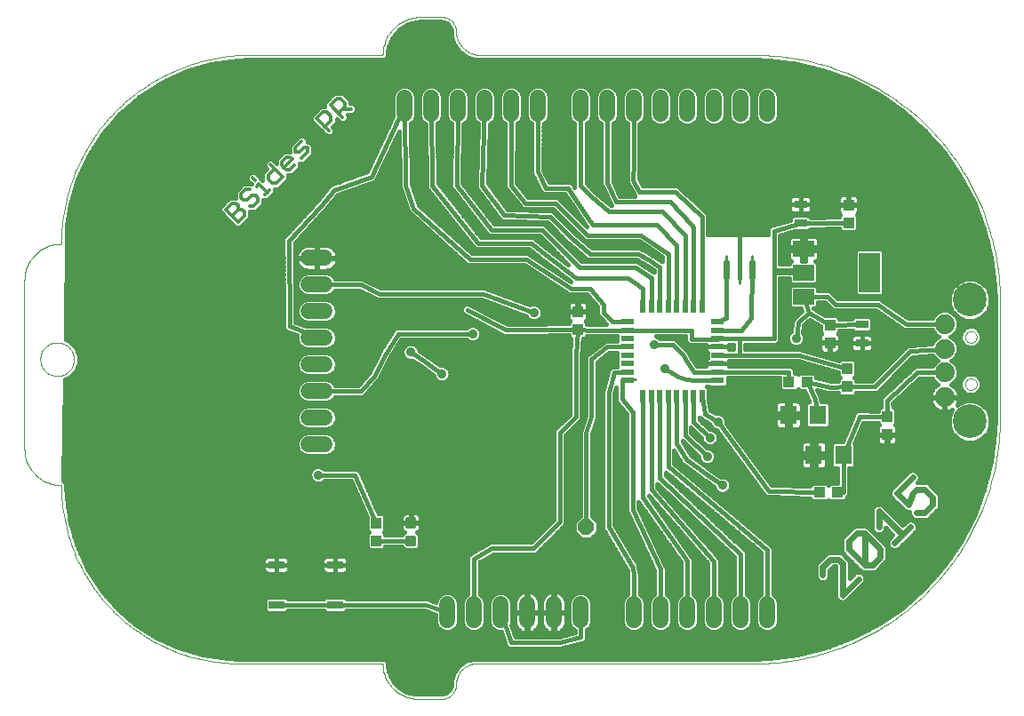
<source format=gtl>
G75*
%MOIN*%
%OFA0B0*%
%FSLAX24Y24*%
%IPPOS*%
%LPD*%
%AMOC8*
5,1,8,0,0,1.08239X$1,22.5*
%
%ADD10C,0.0000*%
%ADD11C,0.0130*%
%ADD12C,0.0240*%
%ADD13R,0.0500X0.0220*%
%ADD14R,0.0220X0.0500*%
%ADD15R,0.0433X0.0394*%
%ADD16R,0.0394X0.0433*%
%ADD17R,0.0630X0.0709*%
%ADD18C,0.0740*%
%ADD19C,0.1266*%
%ADD20R,0.0790X0.0590*%
%ADD21R,0.0790X0.1500*%
%ADD22C,0.0600*%
%ADD23C,0.0118*%
%ADD24R,0.0472X0.0315*%
%ADD25C,0.0177*%
%ADD26C,0.0100*%
%ADD27R,0.0600X0.0300*%
%ADD28OC8,0.0600*%
%ADD29C,0.0160*%
%ADD30C,0.0360*%
D10*
X008171Y001568D02*
X013535Y001568D01*
X013537Y001496D01*
X013543Y001424D01*
X013553Y001353D01*
X013566Y001282D01*
X013583Y001212D01*
X013605Y001144D01*
X013629Y001076D01*
X013658Y001010D01*
X013690Y000945D01*
X013725Y000883D01*
X013764Y000822D01*
X013806Y000764D01*
X013851Y000708D01*
X013899Y000654D01*
X013950Y000603D01*
X014004Y000555D01*
X014060Y000510D01*
X014118Y000468D01*
X014179Y000429D01*
X014241Y000394D01*
X014306Y000362D01*
X014372Y000333D01*
X014440Y000309D01*
X014508Y000287D01*
X014578Y000270D01*
X014649Y000257D01*
X014720Y000247D01*
X014792Y000241D01*
X014864Y000239D01*
X015734Y000239D01*
X015780Y000241D01*
X015826Y000247D01*
X015871Y000256D01*
X015915Y000269D01*
X015958Y000286D01*
X015999Y000306D01*
X016039Y000330D01*
X016076Y000356D01*
X016111Y000386D01*
X016144Y000419D01*
X016174Y000454D01*
X016200Y000491D01*
X016224Y000531D01*
X016244Y000572D01*
X016261Y000615D01*
X016274Y000659D01*
X016283Y000704D01*
X016289Y000750D01*
X016291Y000796D01*
X016293Y000849D01*
X016298Y000901D01*
X016307Y000953D01*
X016320Y001004D01*
X016336Y001055D01*
X016355Y001104D01*
X016378Y001151D01*
X016403Y001197D01*
X016432Y001241D01*
X016464Y001283D01*
X016499Y001323D01*
X016536Y001360D01*
X016576Y001395D01*
X016618Y001427D01*
X016662Y001456D01*
X016708Y001481D01*
X016755Y001504D01*
X016804Y001523D01*
X016855Y001539D01*
X016906Y001552D01*
X016958Y001561D01*
X017010Y001566D01*
X017063Y001568D01*
X027463Y001568D01*
X027463Y001567D02*
X027686Y001570D01*
X027909Y001578D01*
X028132Y001592D01*
X028354Y001611D01*
X028576Y001636D01*
X028797Y001665D01*
X029017Y001700D01*
X029237Y001741D01*
X029455Y001787D01*
X029672Y001838D01*
X029888Y001894D01*
X030102Y001955D01*
X030315Y002022D01*
X030527Y002094D01*
X030736Y002170D01*
X030944Y002252D01*
X031149Y002339D01*
X031352Y002431D01*
X031554Y002528D01*
X031752Y002629D01*
X031948Y002735D01*
X032142Y002846D01*
X032333Y002962D01*
X032521Y003082D01*
X032706Y003207D01*
X032888Y003336D01*
X033066Y003470D01*
X033242Y003607D01*
X033414Y003749D01*
X033582Y003895D01*
X033747Y004046D01*
X033909Y004200D01*
X034066Y004358D01*
X034220Y004519D01*
X034370Y004685D01*
X034516Y004853D01*
X034657Y005026D01*
X034795Y005202D01*
X034928Y005381D01*
X035056Y005563D01*
X035181Y005748D01*
X035301Y005936D01*
X035416Y006127D01*
X035526Y006321D01*
X035632Y006518D01*
X035733Y006716D01*
X035829Y006918D01*
X035921Y007121D01*
X036007Y007327D01*
X036089Y007535D01*
X036165Y007744D01*
X036236Y007956D01*
X036302Y008169D01*
X036363Y008383D01*
X036419Y008599D01*
X036470Y008817D01*
X036515Y009035D01*
X036555Y009255D01*
X036590Y009475D01*
X036619Y009696D01*
X036643Y009918D01*
X036661Y010140D01*
X036675Y010363D01*
X036683Y010586D01*
X036685Y010809D01*
X036685Y015181D01*
X035373Y013822D02*
X035375Y013851D01*
X035381Y013879D01*
X035390Y013907D01*
X035403Y013933D01*
X035420Y013956D01*
X035439Y013978D01*
X035461Y013997D01*
X035486Y014012D01*
X035512Y014025D01*
X035540Y014033D01*
X035568Y014038D01*
X035597Y014039D01*
X035626Y014036D01*
X035654Y014029D01*
X035681Y014019D01*
X035707Y014005D01*
X035730Y013988D01*
X035751Y013968D01*
X035769Y013945D01*
X035784Y013920D01*
X035795Y013893D01*
X035803Y013865D01*
X035807Y013836D01*
X035807Y013808D01*
X035803Y013779D01*
X035795Y013751D01*
X035784Y013724D01*
X035769Y013699D01*
X035751Y013676D01*
X035730Y013656D01*
X035707Y013639D01*
X035681Y013625D01*
X035654Y013615D01*
X035626Y013608D01*
X035597Y013605D01*
X035568Y013606D01*
X035540Y013611D01*
X035512Y013619D01*
X035486Y013632D01*
X035461Y013647D01*
X035439Y013666D01*
X035420Y013688D01*
X035403Y013711D01*
X035390Y013737D01*
X035381Y013765D01*
X035375Y013793D01*
X035373Y013822D01*
X035373Y012050D02*
X035375Y012079D01*
X035381Y012107D01*
X035390Y012135D01*
X035403Y012161D01*
X035420Y012184D01*
X035439Y012206D01*
X035461Y012225D01*
X035486Y012240D01*
X035512Y012253D01*
X035540Y012261D01*
X035568Y012266D01*
X035597Y012267D01*
X035626Y012264D01*
X035654Y012257D01*
X035681Y012247D01*
X035707Y012233D01*
X035730Y012216D01*
X035751Y012196D01*
X035769Y012173D01*
X035784Y012148D01*
X035795Y012121D01*
X035803Y012093D01*
X035807Y012064D01*
X035807Y012036D01*
X035803Y012007D01*
X035795Y011979D01*
X035784Y011952D01*
X035769Y011927D01*
X035751Y011904D01*
X035730Y011884D01*
X035707Y011867D01*
X035681Y011853D01*
X035654Y011843D01*
X035626Y011836D01*
X035597Y011833D01*
X035568Y011834D01*
X035540Y011839D01*
X035512Y011847D01*
X035486Y011860D01*
X035461Y011875D01*
X035439Y011894D01*
X035420Y011916D01*
X035403Y011939D01*
X035390Y011965D01*
X035381Y011993D01*
X035375Y012021D01*
X035373Y012050D01*
X036685Y015181D02*
X036682Y015404D01*
X036674Y015627D01*
X036661Y015849D01*
X036642Y016071D01*
X036618Y016293D01*
X036588Y016513D01*
X036553Y016734D01*
X036513Y016953D01*
X036468Y017171D01*
X036417Y017388D01*
X036361Y017604D01*
X036300Y017818D01*
X036234Y018031D01*
X036162Y018242D01*
X036086Y018451D01*
X036004Y018659D01*
X035918Y018864D01*
X035826Y019067D01*
X035730Y019268D01*
X035629Y019467D01*
X035523Y019663D01*
X035412Y019856D01*
X035297Y020047D01*
X035177Y020235D01*
X035053Y020420D01*
X034924Y020602D01*
X034791Y020780D01*
X034653Y020956D01*
X034512Y021128D01*
X034366Y021296D01*
X034216Y021461D01*
X034062Y021623D01*
X033905Y021780D01*
X033743Y021934D01*
X033578Y022084D01*
X033410Y022230D01*
X033238Y022371D01*
X033062Y022509D01*
X032884Y022642D01*
X032702Y022771D01*
X032517Y022895D01*
X032329Y023015D01*
X032138Y023130D01*
X031945Y023241D01*
X031749Y023347D01*
X031550Y023448D01*
X031349Y023544D01*
X031146Y023636D01*
X030941Y023722D01*
X030733Y023804D01*
X030524Y023880D01*
X030313Y023952D01*
X030100Y024018D01*
X029886Y024079D01*
X029670Y024135D01*
X029453Y024186D01*
X029235Y024231D01*
X029016Y024271D01*
X028795Y024306D01*
X028575Y024336D01*
X028353Y024360D01*
X028131Y024379D01*
X027909Y024392D01*
X027686Y024400D01*
X027463Y024403D01*
X027463Y024402D02*
X017161Y024402D01*
X017161Y024403D02*
X017104Y024405D01*
X017047Y024410D01*
X016991Y024420D01*
X016936Y024433D01*
X016881Y024449D01*
X016828Y024469D01*
X016776Y024493D01*
X016726Y024520D01*
X016678Y024550D01*
X016631Y024583D01*
X016587Y024619D01*
X016546Y024658D01*
X016507Y024699D01*
X016471Y024743D01*
X016438Y024790D01*
X016408Y024838D01*
X016381Y024888D01*
X016357Y024940D01*
X016337Y024993D01*
X016321Y025048D01*
X016308Y025103D01*
X016298Y025159D01*
X016293Y025216D01*
X016291Y025273D01*
X016289Y025319D01*
X016283Y025365D01*
X016274Y025410D01*
X016261Y025454D01*
X016244Y025497D01*
X016224Y025538D01*
X016200Y025578D01*
X016174Y025615D01*
X016144Y025650D01*
X016111Y025683D01*
X016076Y025713D01*
X016039Y025739D01*
X015999Y025763D01*
X015958Y025783D01*
X015915Y025800D01*
X015871Y025813D01*
X015826Y025822D01*
X015780Y025828D01*
X015734Y025830D01*
X014962Y025830D01*
X014962Y025829D02*
X014887Y025827D01*
X014813Y025821D01*
X014739Y025811D01*
X014665Y025798D01*
X014593Y025780D01*
X014521Y025759D01*
X014451Y025734D01*
X014382Y025706D01*
X014314Y025673D01*
X014249Y025638D01*
X014185Y025599D01*
X014123Y025556D01*
X014064Y025511D01*
X014007Y025462D01*
X013953Y025411D01*
X013902Y025357D01*
X013853Y025300D01*
X013808Y025241D01*
X013765Y025179D01*
X013726Y025116D01*
X013691Y025050D01*
X013658Y024982D01*
X013630Y024913D01*
X013605Y024843D01*
X013584Y024771D01*
X013566Y024699D01*
X013553Y024625D01*
X013543Y024551D01*
X013537Y024477D01*
X013535Y024402D01*
X008565Y024402D01*
X008565Y024403D02*
X008394Y024401D01*
X008223Y024395D01*
X008052Y024384D01*
X007881Y024370D01*
X007711Y024351D01*
X007541Y024329D01*
X007372Y024302D01*
X007203Y024271D01*
X007036Y024236D01*
X006869Y024197D01*
X006703Y024154D01*
X006539Y024107D01*
X006375Y024056D01*
X006213Y024001D01*
X006052Y023942D01*
X005893Y023880D01*
X005735Y023813D01*
X005579Y023743D01*
X005424Y023669D01*
X005272Y023591D01*
X005121Y023510D01*
X004972Y023425D01*
X004826Y023336D01*
X004681Y023244D01*
X004539Y023148D01*
X004399Y023050D01*
X004262Y022947D01*
X004127Y022842D01*
X003995Y022733D01*
X003865Y022621D01*
X003739Y022506D01*
X003615Y022387D01*
X003494Y022266D01*
X003375Y022142D01*
X003260Y022016D01*
X003148Y021886D01*
X003039Y021754D01*
X002934Y021619D01*
X002831Y021482D01*
X002733Y021342D01*
X002637Y021200D01*
X002545Y021055D01*
X002456Y020909D01*
X002371Y020760D01*
X002290Y020609D01*
X002212Y020457D01*
X002138Y020302D01*
X002068Y020146D01*
X002001Y019988D01*
X001939Y019829D01*
X001880Y019668D01*
X001825Y019506D01*
X001774Y019342D01*
X001727Y019178D01*
X001684Y019012D01*
X001645Y018845D01*
X001610Y018678D01*
X001579Y018509D01*
X001552Y018340D01*
X001530Y018170D01*
X001511Y018000D01*
X001497Y017829D01*
X001486Y017658D01*
X001480Y017487D01*
X001478Y017316D01*
X001406Y017314D01*
X001334Y017308D01*
X001262Y017299D01*
X001191Y017286D01*
X001121Y017269D01*
X001052Y017249D01*
X000984Y017224D01*
X000918Y017197D01*
X000852Y017166D01*
X000789Y017131D01*
X000727Y017094D01*
X000668Y017053D01*
X000611Y017009D01*
X000556Y016962D01*
X000504Y016912D01*
X000454Y016860D01*
X000407Y016805D01*
X000363Y016748D01*
X000322Y016689D01*
X000285Y016627D01*
X000250Y016564D01*
X000219Y016498D01*
X000192Y016432D01*
X000167Y016364D01*
X000147Y016295D01*
X000130Y016225D01*
X000117Y016154D01*
X000108Y016082D01*
X000102Y016010D01*
X000100Y015938D01*
X000100Y009639D01*
X000102Y009567D01*
X000108Y009495D01*
X000117Y009423D01*
X000130Y009352D01*
X000147Y009282D01*
X000167Y009213D01*
X000192Y009145D01*
X000219Y009079D01*
X000250Y009013D01*
X000285Y008950D01*
X000322Y008888D01*
X000363Y008829D01*
X000407Y008772D01*
X000454Y008717D01*
X000504Y008665D01*
X000556Y008615D01*
X000611Y008568D01*
X000668Y008524D01*
X000727Y008483D01*
X000789Y008446D01*
X000852Y008411D01*
X000918Y008380D01*
X000984Y008353D01*
X001052Y008328D01*
X001121Y008308D01*
X001191Y008291D01*
X001262Y008278D01*
X001334Y008269D01*
X001406Y008263D01*
X001478Y008261D01*
X001480Y008099D01*
X001486Y007938D01*
X001496Y007776D01*
X001509Y007615D01*
X001527Y007454D01*
X001548Y007294D01*
X001574Y007134D01*
X001603Y006975D01*
X001636Y006817D01*
X001672Y006659D01*
X001713Y006503D01*
X001757Y006347D01*
X001806Y006193D01*
X001857Y006040D01*
X001913Y005888D01*
X001972Y005737D01*
X002035Y005588D01*
X002101Y005441D01*
X002171Y005295D01*
X002245Y005151D01*
X002322Y005008D01*
X002402Y004868D01*
X002486Y004730D01*
X002573Y004593D01*
X002663Y004459D01*
X002756Y004327D01*
X002853Y004197D01*
X002953Y004070D01*
X003055Y003945D01*
X003161Y003823D01*
X003270Y003703D01*
X003381Y003586D01*
X003496Y003471D01*
X003613Y003360D01*
X003733Y003251D01*
X003855Y003145D01*
X003980Y003043D01*
X004107Y002943D01*
X004237Y002846D01*
X004369Y002753D01*
X004503Y002663D01*
X004640Y002576D01*
X004778Y002492D01*
X004918Y002412D01*
X005061Y002335D01*
X005205Y002261D01*
X005351Y002191D01*
X005498Y002125D01*
X005647Y002062D01*
X005798Y002003D01*
X005950Y001947D01*
X006103Y001896D01*
X006257Y001847D01*
X006413Y001803D01*
X006569Y001762D01*
X006727Y001726D01*
X006885Y001693D01*
X007044Y001664D01*
X007204Y001638D01*
X007364Y001617D01*
X007525Y001599D01*
X007686Y001586D01*
X007848Y001576D01*
X008009Y001570D01*
X008171Y001568D01*
X000698Y012985D02*
X000700Y013035D01*
X000706Y013085D01*
X000716Y013134D01*
X000730Y013182D01*
X000747Y013229D01*
X000768Y013274D01*
X000793Y013318D01*
X000821Y013359D01*
X000853Y013398D01*
X000887Y013435D01*
X000924Y013469D01*
X000964Y013499D01*
X001006Y013526D01*
X001050Y013550D01*
X001096Y013571D01*
X001143Y013587D01*
X001191Y013600D01*
X001241Y013609D01*
X001290Y013614D01*
X001341Y013615D01*
X001391Y013612D01*
X001440Y013605D01*
X001489Y013594D01*
X001537Y013579D01*
X001583Y013561D01*
X001628Y013539D01*
X001671Y013513D01*
X001712Y013484D01*
X001751Y013452D01*
X001787Y013417D01*
X001819Y013379D01*
X001849Y013339D01*
X001876Y013296D01*
X001899Y013252D01*
X001918Y013206D01*
X001934Y013158D01*
X001946Y013109D01*
X001954Y013060D01*
X001958Y013010D01*
X001958Y012960D01*
X001954Y012910D01*
X001946Y012861D01*
X001934Y012812D01*
X001918Y012764D01*
X001899Y012718D01*
X001876Y012674D01*
X001849Y012631D01*
X001819Y012591D01*
X001787Y012553D01*
X001751Y012518D01*
X001712Y012486D01*
X001671Y012457D01*
X001628Y012431D01*
X001583Y012409D01*
X001537Y012391D01*
X001489Y012376D01*
X001440Y012365D01*
X001391Y012358D01*
X001341Y012355D01*
X001290Y012356D01*
X001241Y012361D01*
X001191Y012370D01*
X001143Y012383D01*
X001096Y012399D01*
X001050Y012420D01*
X001006Y012444D01*
X000964Y012471D01*
X000924Y012501D01*
X000887Y012535D01*
X000853Y012572D01*
X000821Y012611D01*
X000793Y012652D01*
X000768Y012696D01*
X000747Y012741D01*
X000730Y012788D01*
X000716Y012836D01*
X000706Y012885D01*
X000700Y012935D01*
X000698Y012985D01*
D11*
X007640Y018607D02*
X008105Y018142D01*
X008337Y018374D01*
X008337Y018529D01*
X008260Y018607D01*
X008105Y018607D01*
X007872Y018374D01*
X007640Y018607D02*
X007872Y018839D01*
X008027Y018839D01*
X008105Y018762D01*
X008105Y018607D01*
X008307Y018964D02*
X008462Y018964D01*
X008618Y019119D01*
X008773Y019119D01*
X008850Y019042D01*
X008850Y018887D01*
X008695Y018732D01*
X008540Y018732D01*
X008307Y018964D02*
X008230Y019042D01*
X008230Y019197D01*
X008385Y019352D01*
X008540Y019352D01*
X008820Y019477D02*
X008898Y019555D01*
X009208Y019244D01*
X009130Y019167D02*
X009285Y019322D01*
X009394Y019586D02*
X009239Y019741D01*
X009239Y019896D01*
X009472Y020129D01*
X009317Y020284D02*
X009782Y019819D01*
X009550Y019586D01*
X009394Y019586D01*
X008742Y019710D02*
X008665Y019787D01*
X009752Y020254D02*
X009752Y020409D01*
X009907Y020564D01*
X010062Y020564D01*
X010140Y020487D01*
X009830Y020176D01*
X009907Y020099D02*
X009752Y020254D01*
X009907Y020099D02*
X010062Y020099D01*
X010217Y020254D01*
X010497Y020534D02*
X010730Y020767D01*
X010730Y020922D01*
X010575Y020922D01*
X010420Y020767D01*
X010265Y020767D01*
X010265Y020922D01*
X010497Y021154D01*
X011368Y021714D02*
X011600Y021947D01*
X011600Y022102D01*
X011445Y022257D01*
X011290Y022257D01*
X011057Y022025D01*
X011523Y021559D01*
X012035Y022072D02*
X011570Y022537D01*
X011803Y022770D01*
X011958Y022770D01*
X012113Y022615D01*
X012113Y022460D01*
X011880Y022227D01*
X012035Y022382D02*
X012345Y022382D01*
D12*
X026429Y016621D02*
X026429Y016061D01*
X027374Y016061D02*
X027374Y016621D01*
X033410Y008558D02*
X032816Y007964D01*
X033262Y007518D01*
X033410Y007964D01*
X033559Y008113D01*
X033856Y008113D01*
X034153Y007815D01*
X034153Y007518D01*
X033856Y007221D01*
X033559Y007221D01*
X033325Y006690D02*
X032731Y006096D01*
X033028Y006393D02*
X032137Y007285D01*
X032137Y006690D01*
X031606Y006457D02*
X031606Y005268D01*
X031903Y005268D01*
X032200Y005565D01*
X032200Y005862D01*
X031606Y006457D01*
X031308Y006457D01*
X031011Y006159D01*
X031011Y005862D01*
X031606Y005268D01*
X031372Y004737D02*
X030778Y004142D01*
X030778Y005331D01*
X030629Y005480D01*
X030332Y005480D01*
X030035Y005183D01*
X030035Y004885D01*
D13*
X026092Y012189D03*
X026092Y012504D03*
X026092Y012819D03*
X026092Y013134D03*
X026092Y013449D03*
X026092Y013764D03*
X026092Y014079D03*
X026092Y014394D03*
X022712Y014394D03*
X022712Y014079D03*
X022712Y013764D03*
X022712Y013449D03*
X022712Y013134D03*
X022712Y012819D03*
X022712Y012504D03*
X022712Y012189D03*
D14*
X023299Y011601D03*
X023614Y011601D03*
X023929Y011601D03*
X024244Y011601D03*
X024559Y011601D03*
X024874Y011601D03*
X025189Y011601D03*
X025504Y011601D03*
X025504Y014981D03*
X025189Y014981D03*
X024874Y014981D03*
X024559Y014981D03*
X024244Y014981D03*
X023929Y014981D03*
X023614Y014981D03*
X023299Y014981D03*
D15*
X028767Y012141D03*
X029436Y012141D03*
X029917Y007991D03*
X030586Y007991D03*
D16*
X032452Y010157D03*
X032452Y010826D03*
X030952Y011957D03*
X030952Y012626D03*
X030302Y013607D03*
X030302Y014276D03*
X031002Y018107D03*
X031002Y018776D03*
X020852Y014776D03*
X020852Y014107D03*
X013292Y006843D03*
X013292Y006173D03*
D17*
X028750Y010891D03*
X029853Y010891D03*
X029700Y009391D03*
X030803Y009391D03*
D18*
X034606Y011558D03*
X034606Y012492D03*
X034606Y013380D03*
X034606Y014314D03*
D19*
X035551Y015219D03*
X035551Y010652D03*
D20*
X029312Y015331D03*
X029312Y016231D03*
X029312Y017131D03*
D21*
X031792Y016241D03*
D22*
X027952Y022193D02*
X027952Y022793D01*
X026952Y022793D02*
X026952Y022193D01*
X025952Y022193D02*
X025952Y022793D01*
X024952Y022793D02*
X024952Y022193D01*
X023952Y022193D02*
X023952Y022793D01*
X022952Y022793D02*
X022952Y022193D01*
X021952Y022193D02*
X021952Y022793D01*
X020952Y022793D02*
X020952Y022193D01*
X019352Y022193D02*
X019352Y022793D01*
X018352Y022793D02*
X018352Y022193D01*
X017352Y022193D02*
X017352Y022793D01*
X016352Y022793D02*
X016352Y022193D01*
X015352Y022193D02*
X015352Y022793D01*
X014352Y022793D02*
X014352Y022193D01*
X011364Y016791D02*
X010764Y016791D01*
X010764Y015791D02*
X011364Y015791D01*
X011364Y014791D02*
X010764Y014791D01*
X010764Y013791D02*
X011364Y013791D01*
X011364Y012791D02*
X010764Y012791D01*
X010764Y011791D02*
X011364Y011791D01*
X011364Y010791D02*
X010764Y010791D01*
X010764Y009791D02*
X011364Y009791D01*
X015952Y003793D02*
X015952Y003193D01*
X016952Y003193D02*
X016952Y003793D01*
X017952Y003793D02*
X017952Y003193D01*
X018952Y003193D02*
X018952Y003793D01*
X019952Y003793D02*
X019952Y003193D01*
X020952Y003193D02*
X020952Y003793D01*
X022952Y003793D02*
X022952Y003193D01*
X023952Y003193D02*
X023952Y003793D01*
X024952Y003793D02*
X024952Y003193D01*
X025952Y003193D02*
X025952Y003793D01*
X026952Y003793D02*
X026952Y003193D01*
X027952Y003193D02*
X027952Y003793D01*
D23*
X014727Y006025D02*
X014451Y006025D01*
X014451Y006301D01*
X014727Y006301D01*
X014727Y006025D01*
X014727Y006142D02*
X014451Y006142D01*
X014451Y006259D02*
X014727Y006259D01*
X014727Y006715D02*
X014451Y006715D01*
X014451Y006991D01*
X014727Y006991D01*
X014727Y006715D01*
X014727Y006832D02*
X014451Y006832D01*
X014451Y006949D02*
X014727Y006949D01*
D24*
X031502Y013587D03*
X031502Y014296D03*
X029202Y018087D03*
X029202Y018796D03*
D25*
X026902Y016653D02*
X026902Y016653D01*
X026902Y016029D01*
X026902Y016029D01*
X026902Y016653D01*
X026902Y016205D02*
X026902Y016205D01*
X026902Y016381D02*
X026902Y016381D01*
X026902Y016557D02*
X026902Y016557D01*
D26*
X026902Y016341D02*
X026902Y016866D01*
X027374Y016866D02*
X027374Y016341D01*
X027374Y015816D01*
X026902Y015816D02*
X026902Y016341D01*
X026429Y016341D02*
X026429Y015816D01*
X026429Y016341D02*
X026429Y016866D01*
X023002Y012241D02*
X022712Y012189D01*
D27*
X011746Y005272D03*
X009546Y005272D03*
X009546Y003772D03*
X011746Y003772D03*
D28*
X021163Y006686D03*
D29*
X015676Y002847D02*
X004579Y002847D01*
X004333Y003005D02*
X015553Y003005D01*
X015579Y002944D02*
X015702Y002820D01*
X015864Y002753D01*
X016039Y002753D01*
X016201Y002820D01*
X016325Y002944D01*
X016392Y003105D01*
X016392Y003881D01*
X016325Y004042D01*
X016201Y004166D01*
X016039Y004233D01*
X015864Y004233D01*
X015702Y004166D01*
X015579Y004042D01*
X015512Y003882D01*
X015285Y003963D01*
X015255Y003992D01*
X015202Y003992D01*
X015152Y004010D01*
X015114Y003992D01*
X012174Y003992D01*
X012104Y004062D01*
X011388Y004062D01*
X011318Y003992D01*
X009974Y003992D01*
X009904Y004062D01*
X009188Y004062D01*
X009106Y003980D01*
X009106Y003564D01*
X009188Y003482D01*
X009904Y003482D01*
X009974Y003552D01*
X011318Y003552D01*
X011388Y003482D01*
X012104Y003482D01*
X012174Y003552D01*
X015126Y003552D01*
X015512Y003415D01*
X015512Y003105D01*
X015579Y002944D01*
X015512Y003164D02*
X004133Y003164D01*
X004268Y003047D02*
X003566Y003655D01*
X002957Y004358D01*
X002455Y005139D01*
X002069Y005985D01*
X001807Y006876D01*
X001675Y007796D01*
X001658Y008261D01*
X001658Y008335D01*
X001559Y008434D01*
X001616Y012228D01*
X001786Y012299D01*
X002014Y012526D01*
X002137Y012824D01*
X002137Y013146D01*
X002014Y013444D01*
X001786Y013672D01*
X001638Y013733D01*
X001701Y017986D01*
X001816Y018784D01*
X002093Y019729D01*
X002503Y020626D01*
X003036Y021455D01*
X003681Y022200D01*
X004426Y022845D01*
X005255Y023378D01*
X006151Y023787D01*
X007096Y024065D01*
X008072Y024205D01*
X008565Y024222D01*
X013610Y024222D01*
X013715Y024328D01*
X013715Y024402D01*
X013726Y024565D01*
X013810Y024880D01*
X013973Y025162D01*
X014203Y025392D01*
X014485Y025555D01*
X014799Y025639D01*
X014962Y025650D01*
X015734Y025650D01*
X015808Y025642D01*
X015943Y025586D01*
X016047Y025482D01*
X016104Y025346D01*
X016111Y025273D01*
X016111Y025106D01*
X016214Y024790D01*
X016409Y024521D01*
X016409Y024521D01*
X016679Y024325D01*
X016995Y024222D01*
X027463Y024222D01*
X028009Y024206D01*
X029093Y024074D01*
X030153Y023813D01*
X031174Y023426D01*
X032141Y022918D01*
X033039Y022298D01*
X033856Y021574D01*
X034580Y020757D01*
X023163Y020757D01*
X023163Y020599D02*
X034690Y020599D01*
X034580Y020757D02*
X035201Y019858D01*
X035708Y018892D01*
X036095Y017871D01*
X036357Y016811D01*
X036488Y015727D01*
X036505Y015181D01*
X036505Y010884D01*
X036505Y010884D01*
X036505Y010809D01*
X036489Y010263D01*
X036358Y009177D01*
X036098Y008116D01*
X035711Y007093D01*
X035204Y006125D01*
X034584Y005225D01*
X033860Y004406D01*
X033043Y003680D01*
X032144Y003058D01*
X031177Y002549D01*
X030155Y002161D01*
X029094Y001898D01*
X028009Y001765D01*
X027463Y001748D01*
X016912Y001748D01*
X016625Y001655D01*
X016625Y001655D01*
X016381Y001477D01*
X016204Y001233D01*
X016111Y000947D01*
X016111Y000796D01*
X016104Y000722D01*
X016047Y000587D01*
X015943Y000483D01*
X015808Y000426D01*
X015734Y000419D01*
X014864Y000419D01*
X014714Y000429D01*
X014424Y000506D01*
X014164Y000656D01*
X013952Y000868D01*
X013802Y001128D01*
X013725Y001418D01*
X013715Y001568D01*
X013715Y001642D01*
X013610Y001748D01*
X008171Y001748D01*
X007706Y001764D01*
X006786Y001897D01*
X005895Y002158D01*
X005050Y002544D01*
X004268Y003047D01*
X003950Y003322D02*
X015512Y003322D01*
X015327Y003481D02*
X003767Y003481D01*
X003584Y003639D02*
X009106Y003639D01*
X009106Y003798D02*
X003442Y003798D01*
X003305Y003956D02*
X009106Y003956D01*
X009546Y003772D02*
X011746Y003772D01*
X015164Y003772D01*
X015952Y003493D01*
X016392Y003481D02*
X016512Y003481D01*
X016512Y003639D02*
X016392Y003639D01*
X016392Y003798D02*
X016512Y003798D01*
X016512Y003881D02*
X016512Y003105D01*
X016579Y002944D01*
X016702Y002820D01*
X016864Y002753D01*
X017039Y002753D01*
X017201Y002820D01*
X017325Y002944D01*
X017392Y003105D01*
X017392Y003881D01*
X017325Y004042D01*
X017201Y004166D01*
X017172Y004178D01*
X017172Y005379D01*
X017680Y005679D01*
X019286Y005679D01*
X020270Y006663D01*
X020399Y006792D01*
X020399Y010138D01*
X020860Y010600D01*
X020860Y010600D01*
X020989Y010729D01*
X020989Y013113D01*
X021043Y013750D01*
X021106Y013750D01*
X021188Y013832D01*
X021188Y013871D01*
X021356Y013863D01*
X021360Y013859D01*
X021446Y013859D01*
X021532Y013855D01*
X021537Y013859D01*
X022322Y013859D01*
X022322Y013669D01*
X021964Y013669D01*
X021886Y013678D01*
X021874Y013669D01*
X021859Y013669D01*
X021804Y013614D01*
X021284Y013205D01*
X021269Y013205D01*
X021214Y013150D01*
X021152Y013102D01*
X021150Y013087D01*
X021140Y013076D01*
X021140Y012998D01*
X021131Y012921D01*
X021140Y012909D01*
X021140Y010855D01*
X020971Y010348D01*
X020943Y010320D01*
X020943Y010265D01*
X020925Y010212D01*
X020943Y010177D01*
X020943Y007088D01*
X020723Y006868D01*
X020723Y006504D01*
X020981Y006246D01*
X021345Y006246D01*
X021603Y006504D01*
X021603Y006868D01*
X021383Y007088D01*
X021383Y010194D01*
X021552Y010701D01*
X021580Y010729D01*
X021580Y010784D01*
X021597Y010837D01*
X021580Y010872D01*
X021580Y012878D01*
X022026Y013229D01*
X022322Y013229D01*
X022322Y012714D01*
X022239Y012712D01*
X022183Y012728D01*
X022151Y012710D01*
X022115Y012709D01*
X022075Y012667D01*
X022024Y012638D01*
X022014Y012603D01*
X021989Y012577D01*
X021991Y012519D01*
X021805Y011856D01*
X021782Y011833D01*
X021782Y011772D01*
X021765Y011713D01*
X021782Y011684D01*
X021782Y006731D01*
X021766Y006670D01*
X021782Y006643D01*
X021782Y006613D01*
X021827Y006568D01*
X022698Y005104D01*
X022732Y004893D01*
X022732Y004178D01*
X022702Y004166D01*
X022579Y004042D01*
X022512Y003881D01*
X022512Y003105D01*
X022579Y002944D01*
X022702Y002820D01*
X022864Y002753D01*
X023039Y002753D01*
X023201Y002820D01*
X023325Y002944D01*
X023392Y003105D01*
X023392Y003881D01*
X023325Y004042D01*
X023201Y004166D01*
X023172Y004178D01*
X023172Y004839D01*
X023183Y004855D01*
X023172Y004928D01*
X023172Y005001D01*
X023158Y005015D01*
X023133Y005170D01*
X023144Y005215D01*
X023119Y005257D01*
X023111Y005305D01*
X023074Y005332D01*
X022222Y006765D01*
X022222Y011711D01*
X022282Y011925D01*
X022282Y011504D01*
X022273Y011425D01*
X022282Y011414D01*
X022282Y011400D01*
X022337Y011344D01*
X022682Y010914D01*
X022682Y007385D01*
X022664Y007335D01*
X022682Y007298D01*
X022682Y007256D01*
X022719Y007219D01*
X022986Y006657D01*
X023732Y005071D01*
X023732Y004178D01*
X023702Y004166D01*
X023579Y004042D01*
X023512Y003881D01*
X023512Y003105D01*
X023579Y002944D01*
X023702Y002820D01*
X023864Y002753D01*
X024039Y002753D01*
X024201Y002820D01*
X024325Y002944D01*
X024392Y003105D01*
X024392Y003881D01*
X024325Y004042D01*
X024201Y004166D01*
X024172Y004178D01*
X024172Y005081D01*
X024189Y005131D01*
X024172Y005169D01*
X024172Y005211D01*
X024134Y005248D01*
X023423Y006762D01*
X023423Y006763D01*
X023384Y006845D01*
X023345Y006927D01*
X023122Y007397D01*
X023122Y007648D01*
X024732Y005365D01*
X024732Y004178D01*
X024702Y004166D01*
X024579Y004042D01*
X024512Y003881D01*
X024512Y003105D01*
X024579Y002944D01*
X024702Y002820D01*
X024864Y002753D01*
X025039Y002753D01*
X025201Y002820D01*
X025325Y002944D01*
X025392Y003105D01*
X025392Y003881D01*
X025325Y004042D01*
X025201Y004166D01*
X025172Y004178D01*
X025172Y005416D01*
X025184Y005487D01*
X025172Y005504D01*
X025172Y005526D01*
X025120Y005577D01*
X023510Y007862D01*
X023510Y007878D01*
X025732Y005319D01*
X025732Y004178D01*
X025702Y004166D01*
X025579Y004042D01*
X025512Y003881D01*
X025512Y003105D01*
X025579Y002944D01*
X025702Y002820D01*
X025864Y002753D01*
X026039Y002753D01*
X026201Y002820D01*
X026325Y002944D01*
X026392Y003105D01*
X026392Y003881D01*
X026325Y004042D01*
X026201Y004166D01*
X026172Y004178D01*
X026172Y005394D01*
X026177Y005477D01*
X026172Y005484D01*
X026172Y005493D01*
X026113Y005552D01*
X023834Y008176D01*
X023834Y008310D01*
X023838Y008306D01*
X023842Y008306D01*
X026732Y005572D01*
X026732Y004178D01*
X026702Y004166D01*
X026579Y004042D01*
X026512Y003881D01*
X026512Y003105D01*
X026579Y002944D01*
X026702Y002820D01*
X026864Y002753D01*
X027039Y002753D01*
X027201Y002820D01*
X027325Y002944D01*
X027392Y003105D01*
X027392Y003881D01*
X027325Y004042D01*
X027201Y004166D01*
X027172Y004178D01*
X027172Y005579D01*
X027174Y005582D01*
X027172Y005670D01*
X027172Y005758D01*
X027169Y005760D01*
X027169Y005764D01*
X027105Y005824D01*
X027043Y005887D01*
X027039Y005887D01*
X024149Y008621D01*
X024149Y008736D01*
X024153Y008732D01*
X024164Y008732D01*
X027732Y005744D01*
X027732Y004178D01*
X027702Y004166D01*
X027579Y004042D01*
X027512Y003881D01*
X027512Y003105D01*
X027579Y002944D01*
X027702Y002820D01*
X027864Y002753D01*
X028039Y002753D01*
X028201Y002820D01*
X028325Y002944D01*
X028392Y003105D01*
X028392Y003881D01*
X028325Y004042D01*
X028201Y004166D01*
X028172Y004178D01*
X028172Y005767D01*
X028179Y005775D01*
X028172Y005856D01*
X028172Y005938D01*
X028164Y005946D01*
X028163Y005957D01*
X028100Y006009D01*
X028043Y006067D01*
X028032Y006067D01*
X024464Y009055D01*
X024464Y009561D01*
X024691Y009171D01*
X024698Y009124D01*
X024735Y009096D01*
X024759Y009055D01*
X024806Y009043D01*
X025491Y008529D01*
X025493Y008522D01*
X025563Y008475D01*
X025631Y008424D01*
X025638Y008425D01*
X025961Y008210D01*
X025961Y008197D01*
X026010Y008079D01*
X026100Y007989D01*
X026217Y007941D01*
X026345Y007941D01*
X026462Y007989D01*
X026552Y008079D01*
X026601Y008197D01*
X026601Y008324D01*
X026552Y008442D01*
X026462Y008532D01*
X026345Y008581D01*
X026217Y008581D01*
X026205Y008576D01*
X025818Y008834D01*
X025071Y009394D01*
X024779Y009895D01*
X024779Y009925D01*
X024783Y009921D01*
X024785Y009921D01*
X025382Y009345D01*
X025382Y009278D01*
X025430Y009160D01*
X025520Y009070D01*
X025638Y009021D01*
X025765Y009021D01*
X025883Y009070D01*
X025973Y009160D01*
X026022Y009278D01*
X026022Y009405D01*
X025973Y009523D01*
X025883Y009613D01*
X025765Y009661D01*
X025687Y009661D01*
X025094Y010235D01*
X025094Y010425D01*
X025098Y010421D01*
X025099Y010421D01*
X025482Y010047D01*
X025482Y009978D01*
X025530Y009860D01*
X025620Y009770D01*
X025738Y009721D01*
X025865Y009721D01*
X025983Y009770D01*
X026073Y009860D01*
X026122Y009978D01*
X026122Y010105D01*
X026073Y010223D01*
X025983Y010313D01*
X025865Y010361D01*
X025789Y010361D01*
X025409Y010734D01*
X025409Y010812D01*
X025409Y010811D01*
X025412Y010800D01*
X025482Y010758D01*
X025547Y010710D01*
X025558Y010712D01*
X025782Y010577D01*
X025830Y010460D01*
X025920Y010370D01*
X026038Y010321D01*
X026064Y010321D01*
X027795Y007972D01*
X027795Y007956D01*
X027848Y007900D01*
X027894Y007838D01*
X027909Y007835D01*
X027920Y007824D01*
X027997Y007822D01*
X028074Y007810D01*
X028087Y007820D01*
X029560Y007781D01*
X029560Y007737D01*
X029642Y007655D01*
X030191Y007655D01*
X030252Y007715D01*
X030312Y007655D01*
X030861Y007655D01*
X030943Y007737D01*
X030943Y007820D01*
X031023Y007900D01*
X031023Y008897D01*
X031176Y008897D01*
X031258Y008979D01*
X031258Y009804D01*
X031227Y009834D01*
X031552Y010609D01*
X032115Y010607D01*
X032115Y010552D01*
X032147Y010519D01*
X032144Y010517D01*
X032111Y010484D01*
X032087Y010443D01*
X032075Y010397D01*
X032075Y010175D01*
X032433Y010175D01*
X032433Y010138D01*
X032470Y010138D01*
X032470Y009760D01*
X032672Y009760D01*
X032718Y009773D01*
X032759Y009796D01*
X032792Y009830D01*
X032816Y009871D01*
X032828Y009917D01*
X032828Y010138D01*
X034972Y010138D01*
X034895Y010215D02*
X035113Y009997D01*
X035397Y009879D01*
X035705Y009879D01*
X035989Y009997D01*
X036206Y010215D01*
X036324Y010499D01*
X036324Y010806D01*
X036206Y011090D01*
X035989Y011308D01*
X035705Y011426D01*
X035397Y011426D01*
X035113Y011308D01*
X035078Y011273D01*
X035116Y011347D01*
X035142Y011429D01*
X035156Y011515D01*
X035156Y011548D01*
X034616Y011548D01*
X034616Y011568D01*
X035156Y011568D01*
X035156Y011601D01*
X035142Y011687D01*
X035116Y011769D01*
X035076Y011846D01*
X035025Y011916D01*
X034964Y011977D01*
X034894Y012028D01*
X034860Y012046D01*
X034895Y012060D01*
X035038Y012203D01*
X035116Y012391D01*
X035116Y012594D01*
X035038Y012781D01*
X034895Y012925D01*
X034867Y012936D01*
X034895Y012947D01*
X035038Y013091D01*
X035116Y013278D01*
X035116Y013481D01*
X035038Y013668D01*
X034895Y013812D01*
X034811Y013847D01*
X034895Y013882D01*
X035038Y014025D01*
X035116Y014212D01*
X035116Y014415D01*
X035038Y014603D01*
X034895Y014746D01*
X034707Y014824D01*
X034504Y014824D01*
X034317Y014746D01*
X034174Y014603D01*
X034144Y014531D01*
X033242Y014525D01*
X033023Y014676D01*
X032948Y014727D01*
X032873Y014779D01*
X032873Y014779D01*
X032243Y015211D01*
X032193Y015261D01*
X032170Y015261D01*
X032151Y015274D01*
X032081Y015261D01*
X030593Y015261D01*
X030421Y015434D01*
X030421Y015435D01*
X030356Y015498D01*
X030293Y015561D01*
X030291Y015561D01*
X030290Y015562D01*
X030200Y015561D01*
X030110Y015561D01*
X030109Y015560D01*
X029847Y015557D01*
X029847Y015684D01*
X029765Y015766D01*
X028859Y015766D01*
X028777Y015684D01*
X028777Y014978D01*
X028859Y014896D01*
X029228Y014896D01*
X029260Y014802D01*
X028978Y014531D01*
X028915Y014484D01*
X028913Y014469D01*
X028902Y014459D01*
X028901Y014381D01*
X028853Y014041D01*
X028766Y013954D01*
X028717Y013836D01*
X028717Y013709D01*
X028766Y013591D01*
X028856Y013501D01*
X028973Y013453D01*
X029101Y013453D01*
X029218Y013501D01*
X029308Y013591D01*
X029357Y013709D01*
X029357Y013836D01*
X029308Y013954D01*
X029288Y013974D01*
X029328Y014257D01*
X029546Y014467D01*
X029965Y014219D01*
X029965Y014002D01*
X029997Y013969D01*
X029994Y013967D01*
X029961Y013934D01*
X029937Y013893D01*
X029925Y013847D01*
X029925Y013625D01*
X030283Y013625D01*
X030283Y013588D01*
X030320Y013588D01*
X030320Y013210D01*
X030522Y013210D01*
X030568Y013223D01*
X030609Y013246D01*
X030642Y013280D01*
X030666Y013321D01*
X030678Y013367D01*
X030678Y013588D01*
X030320Y013588D01*
X030320Y013625D01*
X030678Y013625D01*
X030678Y013847D01*
X030666Y013893D01*
X030642Y013934D01*
X030609Y013967D01*
X030606Y013969D01*
X030638Y014002D01*
X030638Y014062D01*
X031136Y014070D01*
X031207Y013998D01*
X031796Y013998D01*
X031878Y014080D01*
X031878Y014511D01*
X031796Y014593D01*
X031207Y014593D01*
X031125Y014511D01*
X031125Y014510D01*
X030638Y014502D01*
X030638Y014551D01*
X030556Y014633D01*
X030130Y014633D01*
X029696Y014889D01*
X029693Y014896D01*
X029765Y014896D01*
X029847Y014978D01*
X029847Y015117D01*
X030111Y015120D01*
X030410Y014821D01*
X032033Y014821D01*
X032699Y014365D01*
X033033Y014135D01*
X033084Y014084D01*
X033106Y014085D01*
X033124Y014072D01*
X033195Y014085D01*
X034146Y014091D01*
X034174Y014025D01*
X034317Y013882D01*
X034401Y013847D01*
X034317Y013812D01*
X034174Y013668D01*
X034132Y013569D01*
X033315Y013514D01*
X033236Y013518D01*
X033226Y013508D01*
X033211Y013507D01*
X033159Y013448D01*
X033067Y013364D01*
X033059Y013364D01*
X033000Y013303D01*
X032937Y013246D01*
X032937Y013239D01*
X031901Y012177D01*
X031288Y012177D01*
X031288Y012231D01*
X031228Y012291D01*
X031288Y012352D01*
X031288Y012901D01*
X031206Y012983D01*
X030697Y012983D01*
X030654Y012940D01*
X029267Y013337D01*
X029243Y013361D01*
X029182Y013361D01*
X029125Y013378D01*
X029095Y013361D01*
X027122Y013361D01*
X027122Y013544D01*
X028293Y013544D01*
X028422Y013673D01*
X028422Y016021D01*
X028777Y016021D01*
X028777Y015878D01*
X028859Y015796D01*
X029765Y015796D01*
X029847Y015878D01*
X029847Y016584D01*
X029765Y016666D01*
X029776Y016669D01*
X029817Y016692D01*
X029851Y016726D01*
X029874Y016767D01*
X029887Y016813D01*
X029887Y017064D01*
X029379Y017064D01*
X029379Y016666D01*
X029244Y016666D01*
X029244Y017064D01*
X028737Y017064D01*
X028737Y016813D01*
X028749Y016767D01*
X028773Y016726D01*
X028806Y016692D01*
X028847Y016669D01*
X028858Y016666D01*
X028777Y016584D01*
X028777Y016561D01*
X028422Y016561D01*
X028422Y017640D01*
X028955Y017790D01*
X029496Y017790D01*
X029577Y017871D01*
X030665Y017883D01*
X030665Y017832D01*
X030747Y017750D01*
X031256Y017750D01*
X031338Y017832D01*
X031338Y018381D01*
X031306Y018414D01*
X031309Y018415D01*
X031342Y018449D01*
X031366Y018490D01*
X031378Y018536D01*
X031378Y018758D01*
X031020Y018758D01*
X031020Y018794D01*
X031378Y018794D01*
X031378Y019016D01*
X031366Y019062D01*
X031342Y019103D01*
X031309Y019137D01*
X031268Y019160D01*
X031222Y019173D01*
X031020Y019173D01*
X031020Y018794D01*
X030983Y018794D01*
X030983Y018758D01*
X030625Y018758D01*
X030625Y018536D01*
X030637Y018490D01*
X030661Y018449D01*
X030694Y018415D01*
X030697Y018414D01*
X030665Y018381D01*
X030665Y018323D01*
X029569Y018311D01*
X029496Y018385D01*
X028907Y018385D01*
X028825Y018303D01*
X028825Y018210D01*
X028171Y018027D01*
X028110Y018027D01*
X028087Y018003D01*
X028054Y017994D01*
X028025Y017941D01*
X027982Y017898D01*
X027982Y017864D01*
X027965Y017835D01*
X027982Y017777D01*
X027982Y017673D01*
X025724Y017673D01*
X025724Y018255D01*
X025727Y018258D01*
X025724Y018345D01*
X025724Y018433D01*
X025721Y018436D01*
X025721Y018440D01*
X025657Y018500D01*
X025595Y018561D01*
X025591Y018561D01*
X025269Y018862D01*
X025269Y018862D01*
X025202Y018924D01*
X025136Y018986D01*
X025135Y018986D01*
X024654Y019430D01*
X024593Y019491D01*
X024588Y019491D01*
X024584Y019495D01*
X024497Y019491D01*
X023295Y019491D01*
X023152Y019764D01*
X023160Y020261D01*
X023161Y020262D01*
X023162Y020352D01*
X023163Y020442D01*
X023162Y020443D01*
X023168Y021807D01*
X023201Y021820D01*
X023325Y021944D01*
X023392Y022105D01*
X023392Y022881D01*
X023325Y023042D01*
X023201Y023166D01*
X023039Y023233D01*
X022864Y023233D01*
X022702Y023166D01*
X022579Y023042D01*
X022512Y022881D01*
X022512Y022105D01*
X022579Y021944D01*
X022702Y021820D01*
X022728Y021809D01*
X022722Y020356D01*
X022712Y019747D01*
X022694Y019690D01*
X022711Y019659D01*
X022710Y019624D01*
X022751Y019581D01*
X022942Y019217D01*
X022942Y019180D01*
X022982Y019140D01*
X022997Y019111D01*
X022429Y019111D01*
X022172Y019642D01*
X022172Y021808D01*
X022201Y021820D01*
X022325Y021944D01*
X022392Y022105D01*
X022392Y022881D01*
X022325Y023042D01*
X022201Y023166D01*
X022039Y023233D01*
X021864Y023233D01*
X021702Y023166D01*
X021579Y023042D01*
X021512Y022881D01*
X021512Y022105D01*
X021579Y021944D01*
X021702Y021820D01*
X021732Y021808D01*
X021732Y019628D01*
X021714Y019577D01*
X021732Y019541D01*
X021732Y019500D01*
X021770Y019462D01*
X022072Y018841D01*
X022072Y018800D01*
X022110Y018762D01*
X022110Y018761D01*
X022082Y018761D01*
X021501Y019254D01*
X021172Y019583D01*
X021172Y021808D01*
X021201Y021820D01*
X021325Y021944D01*
X021392Y022105D01*
X021392Y022881D01*
X021325Y023042D01*
X021201Y023166D01*
X021039Y023233D01*
X020864Y023233D01*
X020702Y023166D01*
X020579Y023042D01*
X020512Y022881D01*
X020512Y022105D01*
X020579Y021944D01*
X020702Y021820D01*
X020732Y021808D01*
X020732Y019582D01*
X020731Y019582D01*
X020732Y019491D01*
X020732Y019439D01*
X020704Y019480D01*
X020704Y019503D01*
X020654Y019553D01*
X020614Y019611D01*
X020591Y019616D01*
X020575Y019632D01*
X020505Y019632D01*
X020435Y019645D01*
X020416Y019632D01*
X019787Y019632D01*
X019562Y020070D01*
X019569Y021807D01*
X019601Y021820D01*
X019725Y021944D01*
X019792Y022105D01*
X019792Y022881D01*
X019725Y023042D01*
X019601Y023166D01*
X019439Y023233D01*
X019264Y023233D01*
X019102Y023166D01*
X018979Y023042D01*
X018912Y022881D01*
X018912Y022105D01*
X018979Y021944D01*
X019102Y021820D01*
X019129Y021809D01*
X019122Y020052D01*
X019104Y019998D01*
X019122Y019965D01*
X018567Y019965D01*
X018567Y020123D02*
X019122Y020123D01*
X019122Y019965D02*
X019121Y019927D01*
X019162Y019887D01*
X019432Y019359D01*
X019432Y019321D01*
X019472Y019281D01*
X019498Y019231D01*
X019534Y019219D01*
X019561Y019192D01*
X019618Y019192D01*
X019672Y019175D01*
X019705Y019192D01*
X020368Y019192D01*
X020713Y018685D01*
X020926Y018347D01*
X020925Y018342D01*
X020975Y018271D01*
X021021Y018198D01*
X021026Y018197D01*
X021182Y017973D01*
X021182Y017973D01*
X020222Y018933D01*
X020093Y019061D01*
X019000Y019061D01*
X018566Y019594D01*
X018570Y021807D01*
X018601Y021820D01*
X018725Y021944D01*
X018792Y022105D01*
X018792Y022881D01*
X018725Y023042D01*
X018601Y023166D01*
X018439Y023233D01*
X018264Y023233D01*
X018102Y023166D01*
X017979Y023042D01*
X017912Y022881D01*
X017912Y022105D01*
X017979Y021944D01*
X018102Y021820D01*
X018130Y021808D01*
X018126Y019527D01*
X018118Y019447D01*
X018126Y019437D01*
X018126Y019425D01*
X018182Y019368D01*
X018675Y018763D01*
X018675Y018750D01*
X018732Y018694D01*
X018782Y018632D01*
X018795Y018630D01*
X018804Y018621D01*
X018884Y018621D01*
X018964Y018613D01*
X018974Y018621D01*
X019910Y018621D01*
X021110Y017421D01*
X023137Y017421D01*
X023540Y017160D01*
X024024Y016826D01*
X024024Y016658D01*
X024020Y016661D01*
X023994Y016661D01*
X023742Y016823D01*
X023741Y016830D01*
X023667Y016872D01*
X023595Y016918D01*
X023588Y016917D01*
X023236Y017118D01*
X023193Y017161D01*
X023160Y017161D01*
X023132Y017178D01*
X023072Y017161D01*
X021383Y017161D01*
X020751Y017703D01*
X019960Y018495D01*
X019900Y018558D01*
X019896Y018559D01*
X019893Y018561D01*
X019805Y018561D01*
X018204Y018612D01*
X017489Y019585D01*
X017552Y021800D01*
X017601Y021820D01*
X017725Y021944D01*
X017792Y022105D01*
X017792Y022881D01*
X017725Y023042D01*
X017601Y023166D01*
X017439Y023233D01*
X017264Y023233D01*
X017102Y023166D01*
X016979Y023042D01*
X016912Y022881D01*
X016912Y022105D01*
X016979Y021944D01*
X017102Y021820D01*
X017112Y021816D01*
X017048Y019535D01*
X017036Y019459D01*
X017045Y019446D01*
X017045Y019431D01*
X017098Y019374D01*
X017868Y018327D01*
X017867Y018311D01*
X017921Y018255D01*
X017967Y018192D01*
X017982Y018190D01*
X017992Y018179D01*
X018070Y018176D01*
X018147Y018164D01*
X018159Y018173D01*
X019708Y018124D01*
X020388Y017443D01*
X020389Y017434D01*
X020452Y017380D01*
X020510Y017321D01*
X020520Y017321D01*
X021152Y016780D01*
X021210Y016721D01*
X021220Y016721D01*
X021228Y016715D01*
X021310Y016721D01*
X023043Y016721D01*
X023438Y016496D01*
X023709Y016321D01*
X023709Y016258D01*
X023705Y016261D01*
X023680Y016261D01*
X023141Y016613D01*
X023093Y016661D01*
X023067Y016661D01*
X023046Y016675D01*
X022979Y016661D01*
X020993Y016661D01*
X019722Y017933D01*
X019593Y018061D01*
X017710Y018061D01*
X016528Y019589D01*
X016561Y021804D01*
X016601Y021820D01*
X016725Y021944D01*
X016792Y022105D01*
X016792Y022881D01*
X016725Y023042D01*
X016601Y023166D01*
X016439Y023233D01*
X016264Y023233D01*
X016102Y023166D01*
X015979Y023042D01*
X015912Y022881D01*
X015912Y022105D01*
X015979Y021944D01*
X016102Y021820D01*
X016121Y021812D01*
X016087Y019531D01*
X016077Y019453D01*
X016086Y019442D01*
X016085Y019428D01*
X016140Y019371D01*
X017382Y017766D01*
X017382Y017750D01*
X017436Y017696D01*
X017483Y017635D01*
X017499Y017633D01*
X017510Y017621D01*
X017588Y017621D01*
X017664Y017612D01*
X017677Y017621D01*
X019410Y017621D01*
X020496Y016536D01*
X019737Y017115D01*
X019249Y017506D01*
X019193Y017561D01*
X019179Y017561D01*
X019168Y017570D01*
X019089Y017561D01*
X017209Y017561D01*
X015614Y019593D01*
X015582Y021812D01*
X015601Y021820D01*
X015725Y021944D01*
X015792Y022105D01*
X015792Y022881D01*
X015725Y023042D01*
X015601Y023166D01*
X015439Y023233D01*
X015264Y023233D01*
X015102Y023166D01*
X014979Y023042D01*
X014912Y022881D01*
X014912Y022105D01*
X014979Y021944D01*
X015102Y021820D01*
X015142Y021804D01*
X015175Y019527D01*
X015166Y019451D01*
X015176Y019438D01*
X015177Y019421D01*
X015231Y019368D01*
X016882Y017265D01*
X016882Y017250D01*
X016937Y017195D01*
X016985Y017134D01*
X017000Y017132D01*
X017010Y017121D01*
X017088Y017121D01*
X017166Y017112D01*
X017178Y017121D01*
X019024Y017121D01*
X019395Y016825D01*
X019396Y016822D01*
X019466Y016768D01*
X019535Y016713D01*
X019538Y016713D01*
X020589Y015911D01*
X019041Y016913D01*
X018993Y016961D01*
X018967Y016961D01*
X018945Y016976D01*
X018878Y016961D01*
X016886Y016961D01*
X014888Y018770D01*
X014615Y019554D01*
X014582Y021812D01*
X014601Y021820D01*
X014725Y021944D01*
X014792Y022105D01*
X014792Y022881D01*
X014725Y023042D01*
X014601Y023166D01*
X014439Y023233D01*
X014264Y023233D01*
X014102Y023166D01*
X013979Y023042D01*
X013912Y022881D01*
X013912Y022105D01*
X013918Y022090D01*
X012941Y020018D01*
X011666Y019558D01*
X011604Y019552D01*
X011583Y019528D01*
X011554Y019517D01*
X011527Y019461D01*
X011049Y018886D01*
X009858Y017593D01*
X009797Y017531D01*
X009797Y017527D01*
X009794Y017523D01*
X009797Y017436D01*
X009822Y014264D01*
X009804Y014217D01*
X009822Y014177D01*
X009823Y014132D01*
X009858Y014097D01*
X009879Y014051D01*
X009921Y014036D01*
X009952Y014005D01*
X010003Y014005D01*
X010326Y013884D01*
X010324Y013879D01*
X010324Y013704D01*
X010391Y013542D01*
X010515Y013418D01*
X010677Y013351D01*
X011452Y013351D01*
X011613Y013418D01*
X011737Y013542D01*
X011804Y013704D01*
X011804Y013879D01*
X011737Y014041D01*
X011613Y014164D01*
X011452Y014231D01*
X010677Y014231D01*
X010665Y014226D01*
X010261Y014378D01*
X010238Y017356D01*
X011319Y018530D01*
X011325Y018531D01*
X011380Y018596D01*
X011438Y018659D01*
X011437Y018666D01*
X011845Y019155D01*
X013176Y019634D01*
X013262Y019665D01*
X013262Y019665D01*
X013301Y019748D01*
X014146Y021540D01*
X014175Y019564D01*
X014158Y019529D01*
X014176Y019477D01*
X014177Y019421D01*
X014205Y019394D01*
X014480Y018602D01*
X014483Y018543D01*
X014509Y018519D01*
X014521Y018486D01*
X014574Y018460D01*
X016650Y016582D01*
X016710Y016521D01*
X016717Y016521D01*
X016722Y016517D01*
X016807Y016521D01*
X018837Y016521D01*
X020462Y015469D01*
X020510Y015421D01*
X020537Y015421D01*
X020559Y015407D01*
X020625Y015421D01*
X021199Y015421D01*
X021582Y014967D01*
X021582Y014650D01*
X021933Y014299D01*
X021457Y014299D01*
X021188Y014311D01*
X021188Y014381D01*
X021156Y014414D01*
X021159Y014415D01*
X021192Y014449D01*
X021216Y014490D01*
X021228Y014536D01*
X021228Y014758D01*
X020870Y014758D01*
X020870Y014794D01*
X021228Y014794D01*
X021228Y015016D01*
X021216Y015062D01*
X021192Y015103D01*
X021159Y015137D01*
X021118Y015160D01*
X021072Y015173D01*
X020870Y015173D01*
X020870Y014794D01*
X020833Y014794D01*
X020833Y014758D01*
X020475Y014758D01*
X020475Y014536D01*
X020487Y014490D01*
X020511Y014449D01*
X020544Y014415D01*
X020547Y014414D01*
X020515Y014381D01*
X020515Y014324D01*
X018851Y014311D01*
X018205Y014311D01*
X016722Y015079D01*
X016548Y015023D01*
X016464Y014862D01*
X016520Y014688D01*
X018020Y013912D01*
X018060Y013871D01*
X018098Y013871D01*
X018131Y013854D01*
X018186Y013871D01*
X018761Y013871D01*
X018762Y013871D01*
X018852Y013871D01*
X018943Y013871D01*
X018943Y013872D01*
X020515Y013884D01*
X020515Y013832D01*
X020597Y013750D01*
X020601Y013750D01*
X020557Y013221D01*
X020549Y013214D01*
X020549Y013132D01*
X020542Y013050D01*
X020549Y013042D01*
X020549Y010911D01*
X020088Y010449D01*
X019959Y010320D01*
X019959Y006974D01*
X019103Y006119D01*
X017648Y006119D01*
X017587Y006134D01*
X017560Y006119D01*
X017529Y006119D01*
X017484Y006074D01*
X016892Y005725D01*
X016860Y005725D01*
X016816Y005680D01*
X016761Y005648D01*
X016754Y005618D01*
X016732Y005596D01*
X016732Y005533D01*
X016716Y005472D01*
X016732Y005445D01*
X016732Y004178D01*
X016702Y004166D01*
X016579Y004042D01*
X016512Y003881D01*
X016543Y003956D02*
X016360Y003956D01*
X016252Y004115D02*
X016651Y004115D01*
X016732Y004273D02*
X003030Y004273D01*
X002909Y004432D02*
X016732Y004432D01*
X016732Y004590D02*
X002808Y004590D01*
X002706Y004749D02*
X016732Y004749D01*
X016732Y004907D02*
X002604Y004907D01*
X002502Y005066D02*
X009074Y005066D01*
X009078Y005052D02*
X009102Y005011D01*
X009135Y004978D01*
X009176Y004954D01*
X009222Y004942D01*
X009546Y004942D01*
X009869Y004942D01*
X009915Y004954D01*
X009956Y004978D01*
X009990Y005011D01*
X010013Y005052D01*
X010026Y005098D01*
X010026Y005272D01*
X010026Y005445D01*
X010013Y005491D01*
X009990Y005532D01*
X009956Y005566D01*
X009915Y005589D01*
X009869Y005602D01*
X009546Y005602D01*
X009546Y005272D01*
X010026Y005272D01*
X009546Y005272D01*
X009546Y005272D01*
X009546Y005272D01*
X009546Y005602D01*
X009222Y005602D01*
X009176Y005589D01*
X009135Y005566D01*
X009102Y005532D01*
X009078Y005491D01*
X009066Y005445D01*
X009066Y005272D01*
X009546Y005272D01*
X009546Y004942D01*
X009546Y005272D01*
X009546Y005272D01*
X009546Y005272D01*
X009066Y005272D01*
X009066Y005098D01*
X009078Y005052D01*
X009066Y005224D02*
X002416Y005224D01*
X002344Y005383D02*
X009066Y005383D01*
X009110Y005541D02*
X002271Y005541D01*
X002199Y005700D02*
X016835Y005700D01*
X016732Y005541D02*
X012181Y005541D01*
X012190Y005532D02*
X012156Y005566D01*
X012115Y005589D01*
X012069Y005602D01*
X011746Y005602D01*
X011746Y005272D01*
X012226Y005272D01*
X012226Y005445D01*
X012213Y005491D01*
X012190Y005532D01*
X012226Y005383D02*
X016732Y005383D01*
X016732Y005224D02*
X012226Y005224D01*
X012226Y005272D02*
X011746Y005272D01*
X011746Y005272D01*
X011746Y005272D01*
X011746Y005602D01*
X011422Y005602D01*
X011376Y005589D01*
X011335Y005566D01*
X011302Y005532D01*
X011278Y005491D01*
X011266Y005445D01*
X011266Y005272D01*
X011746Y005272D01*
X011746Y004942D01*
X012069Y004942D01*
X012115Y004954D01*
X012156Y004978D01*
X012190Y005011D01*
X012213Y005052D01*
X012226Y005098D01*
X012226Y005272D01*
X012217Y005066D02*
X016732Y005066D01*
X017172Y005066D02*
X022704Y005066D01*
X022729Y004907D02*
X017172Y004907D01*
X017172Y004749D02*
X022732Y004749D01*
X022732Y004590D02*
X017172Y004590D01*
X017172Y004432D02*
X022732Y004432D01*
X022732Y004273D02*
X017172Y004273D01*
X017252Y004115D02*
X017651Y004115D01*
X017702Y004166D02*
X017579Y004042D01*
X017512Y003881D01*
X017512Y003105D01*
X017579Y002944D01*
X017702Y002820D01*
X017864Y002753D01*
X017975Y002753D01*
X018125Y002318D01*
X018125Y002264D01*
X018154Y002235D01*
X018167Y002197D01*
X018216Y002173D01*
X018254Y002135D01*
X018295Y002135D01*
X018331Y002117D01*
X018382Y002135D01*
X020118Y002135D01*
X020144Y002120D01*
X020206Y002135D01*
X020270Y002135D01*
X020291Y002157D01*
X020993Y002332D01*
X021057Y002332D01*
X021079Y002353D01*
X021108Y002361D01*
X021141Y002416D01*
X021186Y002461D01*
X021186Y002491D01*
X021202Y002517D01*
X021186Y002579D01*
X021186Y002814D01*
X021201Y002820D01*
X021325Y002944D01*
X021392Y003105D01*
X021392Y003881D01*
X021325Y004042D01*
X021201Y004166D01*
X021039Y004233D01*
X020864Y004233D01*
X020702Y004166D01*
X020579Y004042D01*
X020512Y003881D01*
X020512Y003105D01*
X020579Y002944D01*
X020702Y002820D01*
X020746Y002802D01*
X020746Y002724D01*
X020152Y002575D01*
X018502Y002575D01*
X018352Y003009D01*
X018392Y003105D01*
X018392Y003881D01*
X018325Y004042D01*
X018201Y004166D01*
X018039Y004233D01*
X017864Y004233D01*
X017702Y004166D01*
X017543Y003956D02*
X017360Y003956D01*
X017392Y003798D02*
X017512Y003798D01*
X017512Y003639D02*
X017392Y003639D01*
X017392Y003481D02*
X017512Y003481D01*
X017512Y003322D02*
X017392Y003322D01*
X017392Y003164D02*
X017512Y003164D01*
X017553Y003005D02*
X017350Y003005D01*
X017227Y002847D02*
X017676Y002847D01*
X017997Y002688D02*
X004826Y002688D01*
X005082Y002530D02*
X018052Y002530D01*
X018107Y002371D02*
X005429Y002371D01*
X005776Y002213D02*
X018162Y002213D01*
X018345Y002355D02*
X020179Y002355D01*
X020966Y002552D01*
X020966Y003493D01*
X020952Y003493D01*
X021392Y003481D02*
X022512Y003481D01*
X022512Y003639D02*
X021392Y003639D01*
X021392Y003798D02*
X022512Y003798D01*
X022543Y003956D02*
X021360Y003956D01*
X021252Y004115D02*
X022651Y004115D01*
X023172Y004273D02*
X023732Y004273D01*
X023732Y004432D02*
X023172Y004432D01*
X023172Y004590D02*
X023732Y004590D01*
X023732Y004749D02*
X023172Y004749D01*
X023175Y004907D02*
X023732Y004907D01*
X023732Y005066D02*
X023150Y005066D01*
X023138Y005224D02*
X023659Y005224D01*
X023585Y005383D02*
X023044Y005383D01*
X022950Y005541D02*
X023510Y005541D01*
X023436Y005700D02*
X022855Y005700D01*
X022761Y005858D02*
X023361Y005858D01*
X023287Y006017D02*
X022667Y006017D01*
X022572Y006175D02*
X023213Y006175D01*
X023138Y006334D02*
X022478Y006334D01*
X022384Y006492D02*
X023064Y006492D01*
X022989Y006651D02*
X022289Y006651D01*
X022222Y006809D02*
X022914Y006809D01*
X022838Y006968D02*
X022222Y006968D01*
X022222Y007126D02*
X022763Y007126D01*
X022682Y007285D02*
X022222Y007285D01*
X022222Y007443D02*
X022682Y007443D01*
X022682Y007602D02*
X022222Y007602D01*
X022222Y007760D02*
X022682Y007760D01*
X022682Y007919D02*
X022222Y007919D01*
X022222Y008077D02*
X022682Y008077D01*
X022682Y008236D02*
X022222Y008236D01*
X022222Y008394D02*
X022682Y008394D01*
X022682Y008553D02*
X022222Y008553D01*
X022222Y008711D02*
X022682Y008711D01*
X022682Y008870D02*
X022222Y008870D01*
X022222Y009028D02*
X022682Y009028D01*
X022682Y009187D02*
X022222Y009187D01*
X022222Y009345D02*
X022682Y009345D01*
X022682Y009504D02*
X022222Y009504D01*
X022222Y009662D02*
X022682Y009662D01*
X022682Y009821D02*
X022222Y009821D01*
X022222Y009979D02*
X022682Y009979D01*
X022682Y010138D02*
X022222Y010138D01*
X022222Y010296D02*
X022682Y010296D01*
X022682Y010455D02*
X022222Y010455D01*
X022222Y010613D02*
X022682Y010613D01*
X022682Y010772D02*
X022222Y010772D01*
X022222Y010930D02*
X022669Y010930D01*
X022542Y011089D02*
X022222Y011089D01*
X022222Y011247D02*
X022415Y011247D01*
X022282Y011406D02*
X022222Y011406D01*
X022222Y011564D02*
X022282Y011564D01*
X022282Y011723D02*
X022225Y011723D01*
X022269Y011881D02*
X022282Y011881D01*
X022002Y011741D02*
X022002Y006704D01*
X022908Y005180D01*
X022952Y004910D01*
X022952Y003493D01*
X023392Y003481D02*
X023512Y003481D01*
X023512Y003639D02*
X023392Y003639D01*
X023392Y003798D02*
X023512Y003798D01*
X023543Y003956D02*
X023360Y003956D01*
X023252Y004115D02*
X023651Y004115D01*
X024172Y004273D02*
X024732Y004273D01*
X024732Y004432D02*
X024172Y004432D01*
X024172Y004590D02*
X024732Y004590D01*
X024732Y004749D02*
X024172Y004749D01*
X024172Y004907D02*
X024732Y004907D01*
X024732Y005066D02*
X024172Y005066D01*
X024158Y005224D02*
X024732Y005224D01*
X024719Y005383D02*
X024071Y005383D01*
X023997Y005541D02*
X024607Y005541D01*
X024496Y005700D02*
X023922Y005700D01*
X023848Y005858D02*
X024384Y005858D01*
X024272Y006017D02*
X023773Y006017D01*
X023699Y006175D02*
X024160Y006175D01*
X024049Y006334D02*
X023624Y006334D01*
X023550Y006492D02*
X023937Y006492D01*
X023825Y006651D02*
X023475Y006651D01*
X023401Y006809D02*
X023713Y006809D01*
X023601Y006968D02*
X023326Y006968D01*
X023345Y006927D02*
X023345Y006927D01*
X023250Y007126D02*
X023490Y007126D01*
X023378Y007285D02*
X023175Y007285D01*
X023122Y007443D02*
X023266Y007443D01*
X023154Y007602D02*
X023122Y007602D01*
X023289Y007792D02*
X023299Y011601D01*
X023614Y011601D02*
X023614Y008094D01*
X025952Y005402D01*
X025952Y003493D01*
X026392Y003481D02*
X026512Y003481D01*
X026512Y003639D02*
X026392Y003639D01*
X026392Y003798D02*
X026512Y003798D01*
X026543Y003956D02*
X026360Y003956D01*
X026252Y004115D02*
X026651Y004115D01*
X026732Y004273D02*
X026172Y004273D01*
X026172Y004432D02*
X026732Y004432D01*
X026732Y004590D02*
X026172Y004590D01*
X026172Y004749D02*
X026732Y004749D01*
X026732Y004907D02*
X026172Y004907D01*
X026172Y005066D02*
X026732Y005066D01*
X026732Y005224D02*
X026172Y005224D01*
X026172Y005383D02*
X026732Y005383D01*
X026732Y005541D02*
X026123Y005541D01*
X025984Y005700D02*
X026597Y005700D01*
X026429Y005858D02*
X025847Y005858D01*
X025709Y006017D02*
X026261Y006017D01*
X026094Y006175D02*
X025571Y006175D01*
X025434Y006334D02*
X025926Y006334D01*
X025759Y006492D02*
X025296Y006492D01*
X025158Y006651D02*
X025591Y006651D01*
X025424Y006809D02*
X025021Y006809D01*
X024883Y006968D02*
X025256Y006968D01*
X025089Y007126D02*
X024746Y007126D01*
X024608Y007285D02*
X024921Y007285D01*
X024753Y007443D02*
X024470Y007443D01*
X024586Y007602D02*
X024333Y007602D01*
X024418Y007760D02*
X024195Y007760D01*
X024251Y007919D02*
X024057Y007919D01*
X024083Y008077D02*
X023920Y008077D01*
X023916Y008236D02*
X023834Y008236D01*
X023929Y008526D02*
X023929Y011601D01*
X024244Y011601D02*
X024244Y008952D01*
X027952Y005847D01*
X027952Y003493D01*
X028392Y003481D02*
X032755Y003481D01*
X032984Y003639D02*
X028392Y003639D01*
X028392Y003798D02*
X033175Y003798D01*
X033354Y003956D02*
X030959Y003956D01*
X030925Y003922D02*
X030998Y003995D01*
X031593Y004590D01*
X034023Y004590D01*
X033883Y004432D02*
X031435Y004432D01*
X031593Y004590D02*
X031632Y004685D01*
X031632Y004789D01*
X031593Y004884D01*
X031519Y004957D01*
X031424Y004997D01*
X031320Y004997D01*
X031225Y004957D01*
X031038Y004770D01*
X031038Y005383D01*
X030998Y005479D01*
X030778Y005699D01*
X030776Y005700D01*
X030722Y005723D01*
X030681Y005740D01*
X030280Y005740D01*
X030253Y005729D01*
X030185Y005700D01*
X029814Y005330D01*
X029776Y005237D01*
X029775Y005234D01*
X029775Y004834D01*
X029814Y004738D01*
X029887Y004665D01*
X029983Y004625D01*
X030086Y004625D01*
X030182Y004665D01*
X030255Y004738D01*
X030295Y004834D01*
X030295Y005075D01*
X030440Y005220D01*
X030518Y005220D01*
X030518Y004091D01*
X030557Y003995D01*
X030630Y003922D01*
X030726Y003882D01*
X030829Y003882D01*
X030925Y003922D01*
X031118Y004115D02*
X033532Y004115D01*
X033711Y004273D02*
X031276Y004273D01*
X031632Y004749D02*
X034163Y004749D01*
X034304Y004907D02*
X031570Y004907D01*
X031554Y005008D02*
X031955Y005008D01*
X032050Y005047D01*
X032421Y005418D01*
X032460Y005513D01*
X032460Y005914D01*
X032421Y006009D01*
X032347Y006082D01*
X031753Y006677D01*
X031657Y006717D01*
X031257Y006717D01*
X031228Y006705D01*
X031161Y006677D01*
X030791Y006307D01*
X030751Y006211D01*
X030751Y005810D01*
X030791Y005715D01*
X030864Y005642D01*
X031458Y005047D01*
X031554Y005008D01*
X031440Y005066D02*
X031038Y005066D01*
X031038Y005224D02*
X031281Y005224D01*
X031123Y005383D02*
X031038Y005383D01*
X030964Y005541D02*
X030936Y005541D01*
X030806Y005700D02*
X030777Y005700D01*
X030776Y005700D02*
X030776Y005700D01*
X030751Y005858D02*
X028172Y005858D01*
X028172Y005700D02*
X030184Y005700D01*
X030025Y005541D02*
X028172Y005541D01*
X028172Y005383D02*
X029867Y005383D01*
X029775Y005224D02*
X028172Y005224D01*
X028172Y005066D02*
X029775Y005066D01*
X029775Y004907D02*
X028172Y004907D01*
X028172Y004749D02*
X029810Y004749D01*
X030259Y004749D02*
X030518Y004749D01*
X030518Y004907D02*
X030295Y004907D01*
X030295Y005066D02*
X030518Y005066D01*
X031038Y004907D02*
X031175Y004907D01*
X030518Y004590D02*
X028172Y004590D01*
X028172Y004432D02*
X030518Y004432D01*
X030518Y004273D02*
X028172Y004273D01*
X028252Y004115D02*
X030518Y004115D01*
X030596Y003956D02*
X028360Y003956D01*
X027732Y004273D02*
X027172Y004273D01*
X027172Y004432D02*
X027732Y004432D01*
X027732Y004590D02*
X027172Y004590D01*
X027172Y004749D02*
X027732Y004749D01*
X027732Y004907D02*
X027172Y004907D01*
X027172Y005066D02*
X027732Y005066D01*
X027732Y005224D02*
X027172Y005224D01*
X027172Y005383D02*
X027732Y005383D01*
X027732Y005541D02*
X027172Y005541D01*
X027172Y005700D02*
X027732Y005700D01*
X027595Y005858D02*
X027071Y005858D01*
X026952Y005667D02*
X023929Y008526D01*
X024149Y008711D02*
X024189Y008711D01*
X024221Y008553D02*
X024378Y008553D01*
X024388Y008394D02*
X024567Y008394D01*
X024556Y008236D02*
X024757Y008236D01*
X024724Y008077D02*
X024946Y008077D01*
X024891Y007919D02*
X025135Y007919D01*
X025059Y007760D02*
X025324Y007760D01*
X025226Y007602D02*
X025513Y007602D01*
X025394Y007443D02*
X025703Y007443D01*
X025561Y007285D02*
X025892Y007285D01*
X025729Y007126D02*
X026081Y007126D01*
X025896Y006968D02*
X026270Y006968D01*
X026460Y006809D02*
X026064Y006809D01*
X026231Y006651D02*
X026649Y006651D01*
X026838Y006492D02*
X026399Y006492D01*
X026567Y006334D02*
X027027Y006334D01*
X027217Y006175D02*
X026734Y006175D01*
X026902Y006017D02*
X027406Y006017D01*
X027713Y006334D02*
X030818Y006334D01*
X030751Y006175D02*
X027902Y006175D01*
X028093Y006017D02*
X030751Y006017D01*
X030976Y006492D02*
X027523Y006492D01*
X027334Y006651D02*
X031135Y006651D01*
X031779Y006651D02*
X031877Y006651D01*
X031877Y006638D02*
X031877Y007233D01*
X031877Y007336D01*
X031916Y007432D01*
X031989Y007505D01*
X031992Y007506D01*
X032085Y007545D01*
X032188Y007545D01*
X032284Y007505D01*
X032299Y007490D01*
X032357Y007432D01*
X032357Y007432D01*
X033028Y006761D01*
X033178Y006910D01*
X033274Y006950D01*
X033377Y006950D01*
X033473Y006910D01*
X033546Y006837D01*
X033585Y006742D01*
X033585Y006638D01*
X033546Y006543D01*
X032878Y005875D01*
X032783Y005836D01*
X032679Y005836D01*
X032584Y005875D01*
X032511Y005948D01*
X032471Y006044D01*
X032471Y006147D01*
X032511Y006243D01*
X032661Y006393D01*
X032397Y006657D01*
X032397Y006638D01*
X032357Y006543D01*
X032284Y006470D01*
X032188Y006430D01*
X032085Y006430D01*
X031989Y006470D01*
X031916Y006543D01*
X031877Y006638D01*
X031938Y006492D02*
X031967Y006492D01*
X032096Y006334D02*
X032601Y006334D01*
X032561Y006492D02*
X032306Y006492D01*
X032397Y006651D02*
X032403Y006651D01*
X032821Y006968D02*
X033491Y006968D01*
X033507Y006961D02*
X033908Y006961D01*
X034004Y007000D01*
X034077Y007074D01*
X034374Y007371D01*
X034413Y007466D01*
X034413Y007867D01*
X034374Y007963D01*
X034301Y008036D01*
X034004Y008333D01*
X033908Y008373D01*
X033592Y008373D01*
X033631Y008411D01*
X033670Y008507D01*
X033670Y008610D01*
X033631Y008706D01*
X033558Y008779D01*
X033462Y008818D01*
X033359Y008818D01*
X033263Y008779D01*
X032669Y008184D01*
X032596Y008111D01*
X032556Y008016D01*
X032556Y007912D01*
X032568Y007883D01*
X032596Y007817D01*
X032668Y007745D01*
X033048Y007364D01*
X033052Y007356D01*
X033084Y007328D01*
X033114Y007298D01*
X033123Y007294D01*
X033130Y007288D01*
X033171Y007274D01*
X033210Y007258D01*
X033220Y007258D01*
X033229Y007255D01*
X033271Y007258D01*
X033299Y007258D01*
X033299Y007169D01*
X033339Y007074D01*
X033412Y007000D01*
X033507Y006961D01*
X033558Y006809D02*
X035562Y006809D01*
X035479Y006651D02*
X033585Y006651D01*
X033495Y006492D02*
X035396Y006492D01*
X035314Y006334D02*
X033337Y006334D01*
X033178Y006175D02*
X035231Y006175D01*
X035130Y006017D02*
X033020Y006017D01*
X032837Y005858D02*
X035021Y005858D01*
X034911Y005700D02*
X032460Y005700D01*
X032460Y005858D02*
X032625Y005858D01*
X032482Y006017D02*
X032413Y006017D01*
X032483Y006175D02*
X032255Y006175D01*
X032460Y005541D02*
X034802Y005541D01*
X034693Y005383D02*
X032386Y005383D01*
X032227Y005224D02*
X034584Y005224D01*
X034444Y005066D02*
X032069Y005066D01*
X031877Y006809D02*
X027145Y006809D01*
X026956Y006968D02*
X031877Y006968D01*
X031877Y007126D02*
X026766Y007126D01*
X026577Y007285D02*
X031877Y007285D01*
X031927Y007443D02*
X026388Y007443D01*
X026199Y007602D02*
X032811Y007602D01*
X032969Y007443D02*
X032346Y007443D01*
X032504Y007285D02*
X033140Y007285D01*
X033317Y007126D02*
X032663Y007126D01*
X032980Y006809D02*
X033077Y006809D01*
X033924Y006968D02*
X035645Y006968D01*
X035724Y007126D02*
X034129Y007126D01*
X034288Y007285D02*
X035784Y007285D01*
X035843Y007443D02*
X034404Y007443D01*
X034413Y007602D02*
X035903Y007602D01*
X035963Y007760D02*
X034413Y007760D01*
X034392Y007919D02*
X036023Y007919D01*
X036083Y008077D02*
X034259Y008077D01*
X034101Y008236D02*
X036127Y008236D01*
X036166Y008394D02*
X033614Y008394D01*
X033670Y008553D02*
X036205Y008553D01*
X036244Y008711D02*
X033625Y008711D01*
X033195Y008711D02*
X031023Y008711D01*
X031023Y008553D02*
X033037Y008553D01*
X032878Y008394D02*
X031023Y008394D01*
X031023Y008236D02*
X032720Y008236D01*
X032581Y008077D02*
X031023Y008077D01*
X031023Y007919D02*
X032556Y007919D01*
X032652Y007760D02*
X030943Y007760D01*
X030803Y007991D02*
X030586Y007991D01*
X030803Y007991D02*
X030803Y009391D01*
X031406Y010829D01*
X032452Y010826D01*
X032447Y011437D01*
X033579Y012500D01*
X034399Y012495D01*
X034606Y012492D01*
X035083Y012674D02*
X036505Y012674D01*
X036505Y012832D02*
X034987Y012832D01*
X034938Y012991D02*
X036505Y012991D01*
X036505Y013149D02*
X035062Y013149D01*
X035116Y013308D02*
X036505Y013308D01*
X036505Y013466D02*
X035768Y013466D01*
X035815Y013486D02*
X035926Y013597D01*
X035987Y013743D01*
X035987Y013901D01*
X035926Y014046D01*
X035815Y014158D01*
X035669Y014218D01*
X035511Y014218D01*
X035366Y014158D01*
X035254Y014046D01*
X035194Y013901D01*
X035194Y013743D01*
X035254Y013597D01*
X035366Y013486D01*
X035511Y013425D01*
X035669Y013425D01*
X035815Y013486D01*
X035938Y013625D02*
X036505Y013625D01*
X036505Y013783D02*
X035987Y013783D01*
X035970Y013942D02*
X036505Y013942D01*
X036505Y014100D02*
X035872Y014100D01*
X035705Y014446D02*
X035989Y014564D01*
X036206Y014781D01*
X036324Y015066D01*
X036324Y015373D01*
X036206Y015657D01*
X035989Y015875D01*
X035705Y015992D01*
X035397Y015992D01*
X035113Y015875D01*
X034895Y015657D01*
X034778Y015373D01*
X034778Y015066D01*
X034895Y014781D01*
X035113Y014564D01*
X035397Y014446D01*
X035705Y014446D01*
X036000Y014576D02*
X036505Y014576D01*
X036505Y014734D02*
X036159Y014734D01*
X036252Y014893D02*
X036505Y014893D01*
X036505Y015051D02*
X036318Y015051D01*
X036324Y015210D02*
X036504Y015210D01*
X036499Y015368D02*
X036324Y015368D01*
X036260Y015527D02*
X036494Y015527D01*
X036489Y015685D02*
X036178Y015685D01*
X036020Y015844D02*
X036474Y015844D01*
X036455Y016002D02*
X032327Y016002D01*
X032327Y015844D02*
X035082Y015844D01*
X034923Y015685D02*
X032327Y015685D01*
X032327Y015527D02*
X034841Y015527D01*
X034778Y015368D02*
X032261Y015368D01*
X032245Y015351D02*
X032327Y015433D01*
X032327Y017049D01*
X032245Y017131D01*
X031339Y017131D01*
X031257Y017049D01*
X031257Y015433D01*
X031339Y015351D01*
X032245Y015351D01*
X032245Y015210D02*
X034778Y015210D01*
X034784Y015051D02*
X032476Y015051D01*
X032707Y014893D02*
X034849Y014893D01*
X034907Y014734D02*
X034943Y014734D01*
X035049Y014576D02*
X035101Y014576D01*
X035115Y014417D02*
X036505Y014417D01*
X036505Y014259D02*
X035116Y014259D01*
X035069Y014100D02*
X035308Y014100D01*
X035211Y013942D02*
X034955Y013942D01*
X034924Y013783D02*
X035194Y013783D01*
X035243Y013625D02*
X035056Y013625D01*
X035116Y013466D02*
X035412Y013466D01*
X034606Y013380D02*
X033317Y013294D01*
X033153Y013145D01*
X031993Y011957D01*
X030952Y011957D01*
X030317Y011941D01*
X029436Y012141D01*
X029736Y011491D01*
X029853Y010891D01*
X030308Y010930D02*
X031195Y010930D01*
X031186Y010921D02*
X031220Y010955D01*
X031238Y010998D01*
X031282Y011016D01*
X031315Y011049D01*
X031363Y011049D01*
X031407Y011067D01*
X031450Y011049D01*
X032115Y011047D01*
X032115Y011101D01*
X032197Y011183D01*
X032229Y011183D01*
X032228Y011350D01*
X032225Y011353D01*
X032227Y011440D01*
X032227Y011527D01*
X032230Y011531D01*
X032230Y011535D01*
X032294Y011595D01*
X032355Y011657D01*
X032360Y011657D01*
X033426Y012659D01*
X033489Y012721D01*
X033492Y012721D01*
X033495Y012723D01*
X033583Y012720D01*
X034147Y012717D01*
X034174Y012781D01*
X034317Y012925D01*
X034344Y012936D01*
X034317Y012947D01*
X034174Y013091D01*
X034158Y013129D01*
X033408Y013079D01*
X033306Y012986D01*
X032213Y011867D01*
X032213Y011866D01*
X032150Y011802D01*
X032087Y011738D01*
X032086Y011738D01*
X032084Y011737D01*
X031995Y011737D01*
X031905Y011736D01*
X031904Y011737D01*
X031288Y011737D01*
X031288Y011682D01*
X031206Y011600D01*
X030697Y011600D01*
X030615Y011682D01*
X030615Y011729D01*
X030383Y011723D01*
X030357Y011707D01*
X030295Y011721D01*
X030231Y011719D01*
X030209Y011740D01*
X029823Y011828D01*
X029910Y011639D01*
X029935Y011623D01*
X029947Y011559D01*
X029974Y011501D01*
X029964Y011473D01*
X029981Y011386D01*
X030226Y011386D01*
X030308Y011304D01*
X030308Y010479D01*
X030226Y010397D01*
X029480Y010397D01*
X029398Y010479D01*
X029398Y011304D01*
X029480Y011386D01*
X029533Y011386D01*
X029525Y011423D01*
X029349Y011805D01*
X029162Y011805D01*
X029102Y011865D01*
X029041Y011805D01*
X028492Y011805D01*
X028410Y011887D01*
X028410Y012284D01*
X026482Y012284D01*
X026482Y012021D01*
X026400Y011939D01*
X025784Y011939D01*
X025754Y011969D01*
X025694Y011969D01*
X025754Y011909D01*
X025754Y011420D01*
X025806Y011076D01*
X026014Y010951D01*
X026038Y010961D01*
X026165Y010961D01*
X026283Y010913D01*
X026373Y010823D01*
X026422Y010705D01*
X026422Y010578D01*
X028130Y008259D01*
X029560Y008221D01*
X029560Y008246D01*
X029642Y008328D01*
X030191Y008328D01*
X030252Y008268D01*
X030312Y008328D01*
X030583Y008328D01*
X030583Y008897D01*
X030430Y008897D01*
X030348Y008979D01*
X030348Y009804D01*
X030430Y009886D01*
X030771Y009886D01*
X031186Y010874D01*
X031186Y010921D01*
X031143Y010772D02*
X030308Y010772D01*
X030308Y010613D02*
X031077Y010613D01*
X031010Y010455D02*
X030283Y010455D01*
X030085Y009913D02*
X030039Y009926D01*
X029778Y009926D01*
X029778Y009469D01*
X030195Y009469D01*
X030195Y009769D01*
X030183Y009815D01*
X030159Y009856D01*
X030126Y009890D01*
X030085Y009913D01*
X030180Y009821D02*
X030365Y009821D01*
X030348Y009662D02*
X030195Y009662D01*
X030195Y009504D02*
X030348Y009504D01*
X030348Y009345D02*
X029778Y009345D01*
X029778Y009314D02*
X029778Y009469D01*
X029623Y009469D01*
X029623Y009926D01*
X029362Y009926D01*
X029316Y009913D01*
X029275Y009890D01*
X029241Y009856D01*
X029218Y009815D01*
X029205Y009769D01*
X029205Y009469D01*
X029623Y009469D01*
X029623Y009314D01*
X029778Y009314D01*
X030195Y009314D01*
X030195Y009013D01*
X030183Y008968D01*
X030159Y008927D01*
X030126Y008893D01*
X030085Y008869D01*
X030039Y008857D01*
X029778Y008857D01*
X029778Y009314D01*
X029778Y009187D02*
X029623Y009187D01*
X029623Y009314D02*
X029623Y008857D01*
X029362Y008857D01*
X029316Y008869D01*
X029275Y008893D01*
X029241Y008927D01*
X029218Y008968D01*
X029205Y009013D01*
X029205Y009314D01*
X029623Y009314D01*
X029623Y009345D02*
X027330Y009345D01*
X027447Y009187D02*
X029205Y009187D01*
X029205Y009028D02*
X027563Y009028D01*
X027680Y008870D02*
X029315Y008870D01*
X029623Y008870D02*
X029778Y008870D01*
X029778Y009028D02*
X029623Y009028D01*
X030085Y008870D02*
X030583Y008870D01*
X030583Y008711D02*
X027797Y008711D01*
X027914Y008553D02*
X030583Y008553D01*
X030583Y008394D02*
X028030Y008394D01*
X027717Y008077D02*
X026550Y008077D01*
X026601Y008236D02*
X027601Y008236D01*
X027484Y008394D02*
X026572Y008394D01*
X026412Y008553D02*
X027367Y008553D01*
X027250Y008711D02*
X026002Y008711D01*
X025770Y008870D02*
X027134Y008870D01*
X027017Y009028D02*
X025782Y009028D01*
X025622Y009028D02*
X025559Y009028D01*
X025419Y009187D02*
X025348Y009187D01*
X025381Y009345D02*
X025136Y009345D01*
X025217Y009504D02*
X025007Y009504D01*
X025053Y009662D02*
X024915Y009662D01*
X024889Y009821D02*
X024822Y009821D01*
X024559Y009836D02*
X024903Y009245D01*
X025691Y008654D01*
X026281Y008261D01*
X026012Y008077D02*
X025631Y008077D01*
X025820Y007919D02*
X027830Y007919D01*
X028017Y008041D02*
X026102Y010641D01*
X025604Y010941D01*
X025504Y011601D01*
X025754Y011564D02*
X029460Y011564D01*
X029529Y011406D02*
X029148Y011406D01*
X029135Y011413D02*
X029089Y011426D01*
X028828Y011426D01*
X028828Y010969D01*
X029245Y010969D01*
X029245Y011269D01*
X029233Y011315D01*
X029209Y011356D01*
X029176Y011390D01*
X029135Y011413D01*
X029245Y011247D02*
X029398Y011247D01*
X029398Y011089D02*
X029245Y011089D01*
X029398Y010930D02*
X028828Y010930D01*
X028828Y010969D02*
X028828Y010814D01*
X029245Y010814D01*
X029245Y010513D01*
X029233Y010468D01*
X029209Y010427D01*
X029176Y010393D01*
X029135Y010369D01*
X029089Y010357D01*
X028828Y010357D01*
X028828Y010814D01*
X028673Y010814D01*
X028673Y010357D01*
X028412Y010357D01*
X028366Y010369D01*
X028325Y010393D01*
X028291Y010427D01*
X028268Y010468D01*
X028255Y010513D01*
X028255Y010814D01*
X028673Y010814D01*
X028673Y010969D01*
X028673Y011426D01*
X028412Y011426D01*
X028366Y011413D01*
X028325Y011390D01*
X028291Y011356D01*
X028268Y011315D01*
X028255Y011269D01*
X028255Y010969D01*
X028673Y010969D01*
X028828Y010969D01*
X028828Y011089D02*
X028673Y011089D01*
X028673Y011247D02*
X028828Y011247D01*
X028828Y011406D02*
X028673Y011406D01*
X028352Y011406D02*
X025756Y011406D01*
X025780Y011247D02*
X028255Y011247D01*
X028255Y011089D02*
X025804Y011089D01*
X026241Y010930D02*
X028673Y010930D01*
X028673Y010772D02*
X028828Y010772D01*
X028828Y010613D02*
X028673Y010613D01*
X028673Y010455D02*
X028828Y010455D01*
X029226Y010455D02*
X029422Y010455D01*
X029398Y010613D02*
X029245Y010613D01*
X029245Y010772D02*
X029398Y010772D01*
X029977Y011406D02*
X032226Y011406D01*
X032229Y011247D02*
X030308Y011247D01*
X030308Y011089D02*
X032115Y011089D01*
X032669Y011183D02*
X032668Y011343D01*
X033665Y012280D01*
X034143Y012277D01*
X034174Y012203D01*
X034317Y012060D01*
X034351Y012046D01*
X034318Y012028D01*
X034248Y011977D01*
X034186Y011916D01*
X034136Y011846D01*
X034096Y011769D01*
X034069Y011687D01*
X034056Y011601D01*
X034056Y011568D01*
X034596Y011568D01*
X034596Y011548D01*
X034616Y011548D01*
X034616Y011008D01*
X034649Y011008D01*
X034735Y011021D01*
X034817Y011048D01*
X034894Y011088D01*
X034778Y010806D01*
X034778Y010499D01*
X034895Y010215D01*
X034862Y010296D02*
X032828Y010296D01*
X032828Y010397D02*
X032816Y010443D01*
X032792Y010484D01*
X032759Y010517D01*
X032756Y010519D01*
X032788Y010552D01*
X032788Y011101D01*
X032706Y011183D01*
X032669Y011183D01*
X032669Y011247D02*
X034152Y011247D01*
X034136Y011270D02*
X034186Y011200D01*
X034248Y011138D01*
X034318Y011088D01*
X034395Y011048D01*
X034477Y011021D01*
X034563Y011008D01*
X034596Y011008D01*
X034596Y011548D01*
X034056Y011548D01*
X034056Y011515D01*
X034069Y011429D01*
X034096Y011347D01*
X034136Y011270D01*
X034077Y011406D02*
X032735Y011406D01*
X032904Y011564D02*
X034596Y011564D01*
X034616Y011564D02*
X036505Y011564D01*
X036505Y011406D02*
X035752Y011406D01*
X035669Y011654D02*
X035815Y011714D01*
X035926Y011825D01*
X035987Y011971D01*
X035987Y012129D01*
X035926Y012275D01*
X035815Y012386D01*
X035669Y012447D01*
X035511Y012447D01*
X035366Y012386D01*
X035254Y012275D01*
X035194Y012129D01*
X035194Y011971D01*
X035254Y011825D01*
X035366Y011714D01*
X035511Y011654D01*
X035669Y011654D01*
X035824Y011723D02*
X036505Y011723D01*
X036505Y011881D02*
X035949Y011881D01*
X035987Y012040D02*
X036505Y012040D01*
X036505Y012198D02*
X035958Y012198D01*
X035844Y012357D02*
X036505Y012357D01*
X036505Y012515D02*
X035116Y012515D01*
X035102Y012357D02*
X035336Y012357D01*
X035222Y012198D02*
X035033Y012198D01*
X034872Y012040D02*
X035194Y012040D01*
X035231Y011881D02*
X035051Y011881D01*
X035131Y011723D02*
X035357Y011723D01*
X035349Y011406D02*
X035135Y011406D01*
X034894Y011088D02*
X034894Y011088D01*
X034829Y010930D02*
X032788Y010930D01*
X032788Y010772D02*
X034778Y010772D01*
X034778Y010613D02*
X032788Y010613D01*
X032809Y010455D02*
X034796Y010455D01*
X035156Y009979D02*
X032828Y009979D01*
X032828Y010138D02*
X032470Y010138D01*
X032433Y010138D01*
X032433Y009760D01*
X032231Y009760D01*
X032185Y009773D01*
X032144Y009796D01*
X032111Y009830D01*
X032087Y009871D01*
X032075Y009917D01*
X032075Y010138D01*
X031354Y010138D01*
X031421Y010296D02*
X032075Y010296D01*
X032075Y010138D02*
X032433Y010138D01*
X032470Y010138D02*
X032470Y010175D01*
X032828Y010175D01*
X032828Y010397D01*
X032470Y009979D02*
X032433Y009979D01*
X032433Y009821D02*
X032470Y009821D01*
X032783Y009821D02*
X036436Y009821D01*
X036455Y009979D02*
X035945Y009979D01*
X036129Y010138D02*
X036474Y010138D01*
X036490Y010296D02*
X036240Y010296D01*
X036306Y010455D02*
X036494Y010455D01*
X036499Y010613D02*
X036324Y010613D01*
X036324Y010772D02*
X036504Y010772D01*
X036505Y010809D02*
X036505Y010809D01*
X036505Y010930D02*
X036273Y010930D01*
X036207Y011089D02*
X036505Y011089D01*
X036505Y011247D02*
X036049Y011247D01*
X034616Y011247D02*
X034596Y011247D01*
X034596Y011089D02*
X034616Y011089D01*
X034316Y011089D02*
X032788Y011089D01*
X032261Y011564D02*
X029946Y011564D01*
X029872Y011723D02*
X030228Y011723D01*
X030382Y011723D02*
X030615Y011723D01*
X030615Y012169D02*
X030339Y012162D01*
X029793Y012286D01*
X029793Y012396D01*
X029711Y012478D01*
X029162Y012478D01*
X029102Y012418D01*
X029041Y012478D01*
X028987Y012478D01*
X028987Y012595D01*
X028858Y012724D01*
X026522Y012724D01*
X026522Y012819D01*
X026522Y012921D01*
X029121Y012921D01*
X030615Y012494D01*
X030615Y012352D01*
X030675Y012291D01*
X030615Y012231D01*
X030615Y012169D01*
X030615Y012198D02*
X030180Y012198D01*
X029793Y012357D02*
X030615Y012357D01*
X030540Y012515D02*
X028987Y012515D01*
X028908Y012674D02*
X029986Y012674D01*
X030477Y012991D02*
X032695Y012991D01*
X032850Y013149D02*
X029924Y013149D01*
X029994Y013246D02*
X030035Y013223D01*
X030081Y013210D01*
X030283Y013210D01*
X030283Y013588D01*
X029925Y013588D01*
X029925Y013367D01*
X029937Y013321D01*
X029961Y013280D01*
X029994Y013246D01*
X029945Y013308D02*
X029370Y013308D01*
X029152Y013141D02*
X030952Y012626D01*
X031288Y012674D02*
X032385Y012674D01*
X032231Y012515D02*
X031288Y012515D01*
X031288Y012357D02*
X032076Y012357D01*
X031921Y012198D02*
X031288Y012198D01*
X031288Y011723D02*
X032430Y011723D01*
X032598Y011881D02*
X032227Y011881D01*
X032381Y012040D02*
X032767Y012040D01*
X032936Y012198D02*
X032536Y012198D01*
X032691Y012357D02*
X033105Y012357D01*
X033273Y012515D02*
X032846Y012515D01*
X033000Y012674D02*
X033441Y012674D01*
X033155Y012832D02*
X034225Y012832D01*
X034274Y012991D02*
X033310Y012991D01*
X033004Y013308D02*
X031870Y013308D01*
X031882Y013319D02*
X031906Y013360D01*
X031918Y013406D01*
X031918Y013587D01*
X031502Y013587D01*
X031502Y013587D01*
X031918Y013587D01*
X031918Y013768D01*
X031906Y013814D01*
X031882Y013855D01*
X031848Y013889D01*
X031807Y013912D01*
X031761Y013925D01*
X031502Y013925D01*
X031502Y013587D01*
X031502Y013250D01*
X031761Y013250D01*
X031807Y013262D01*
X031848Y013286D01*
X031882Y013319D01*
X031918Y013466D02*
X033175Y013466D01*
X032540Y012832D02*
X031288Y012832D01*
X031242Y013250D02*
X031502Y013250D01*
X031502Y013587D01*
X031502Y013587D01*
X031502Y013587D01*
X031502Y013925D01*
X031242Y013925D01*
X031196Y013912D01*
X031155Y013889D01*
X031121Y013855D01*
X031098Y013814D01*
X031085Y013768D01*
X031085Y013587D01*
X031085Y013406D01*
X031098Y013360D01*
X031121Y013319D01*
X031155Y013286D01*
X031196Y013262D01*
X031242Y013250D01*
X031133Y013308D02*
X030659Y013308D01*
X030678Y013466D02*
X031085Y013466D01*
X031085Y013587D02*
X031502Y013587D01*
X031502Y013587D01*
X031085Y013587D01*
X031085Y013625D02*
X030320Y013625D01*
X030283Y013625D02*
X029322Y013625D01*
X029357Y013783D02*
X029925Y013783D01*
X029969Y013942D02*
X029313Y013942D01*
X029306Y014100D02*
X029965Y014100D01*
X029898Y014259D02*
X029329Y014259D01*
X029495Y014417D02*
X029630Y014417D01*
X029514Y014741D02*
X029120Y014363D01*
X029037Y013773D01*
X028717Y013783D02*
X028422Y013783D01*
X028422Y013942D02*
X028761Y013942D01*
X028861Y014100D02*
X028422Y014100D01*
X028422Y014259D02*
X028884Y014259D01*
X028902Y014417D02*
X028422Y014417D01*
X028422Y014576D02*
X029024Y014576D01*
X029189Y014734D02*
X028422Y014734D01*
X028422Y014893D02*
X029230Y014893D01*
X029514Y014741D02*
X029312Y015331D01*
X030202Y015341D01*
X030502Y015041D01*
X032102Y015041D01*
X032823Y014546D01*
X033174Y014305D01*
X034606Y014314D01*
X034162Y014576D02*
X033169Y014576D01*
X033023Y014676D02*
X033023Y014676D01*
X032938Y014734D02*
X034305Y014734D01*
X034257Y013942D02*
X030635Y013942D01*
X030678Y013783D02*
X031089Y013783D01*
X031502Y013783D02*
X031502Y013783D01*
X031502Y013625D02*
X031502Y013625D01*
X031502Y013466D02*
X031502Y013466D01*
X031502Y013308D02*
X031502Y013308D01*
X031918Y013625D02*
X034155Y013625D01*
X034288Y013783D02*
X031914Y013783D01*
X031878Y014100D02*
X033068Y014100D01*
X032853Y014259D02*
X031878Y014259D01*
X031878Y014417D02*
X032622Y014417D01*
X032391Y014576D02*
X031813Y014576D01*
X032160Y014734D02*
X029958Y014734D01*
X029695Y014893D02*
X030339Y014893D01*
X030181Y015051D02*
X029847Y015051D01*
X029514Y014741D02*
X030302Y014276D01*
X031502Y014296D01*
X031190Y014576D02*
X030613Y014576D01*
X030486Y015368D02*
X031322Y015368D01*
X031257Y015527D02*
X030327Y015527D01*
X029846Y015685D02*
X031257Y015685D01*
X031257Y015844D02*
X029812Y015844D01*
X029847Y016002D02*
X031257Y016002D01*
X031257Y016161D02*
X029847Y016161D01*
X029847Y016319D02*
X031257Y016319D01*
X031257Y016478D02*
X029847Y016478D01*
X029795Y016636D02*
X031257Y016636D01*
X031257Y016795D02*
X029882Y016795D01*
X029887Y016953D02*
X031257Y016953D01*
X031319Y017112D02*
X029379Y017112D01*
X029379Y017064D02*
X029379Y017199D01*
X029244Y017199D01*
X029244Y017606D01*
X028893Y017606D01*
X028847Y017594D01*
X028806Y017570D01*
X028773Y017537D01*
X028749Y017496D01*
X028737Y017450D01*
X028737Y017199D01*
X029244Y017199D01*
X029244Y017064D01*
X029379Y017064D01*
X029379Y016953D02*
X029244Y016953D01*
X029244Y016795D02*
X029379Y016795D01*
X029244Y017112D02*
X028422Y017112D01*
X028422Y017270D02*
X028737Y017270D01*
X028737Y017429D02*
X028422Y017429D01*
X028422Y017587D02*
X028835Y017587D01*
X028799Y017746D02*
X036126Y017746D01*
X036165Y017587D02*
X029788Y017587D01*
X029776Y017594D02*
X029730Y017606D01*
X029379Y017606D01*
X029379Y017199D01*
X029887Y017199D01*
X029887Y017450D01*
X029874Y017496D01*
X029851Y017537D01*
X029817Y017570D01*
X029776Y017594D01*
X029887Y017429D02*
X036204Y017429D01*
X036243Y017270D02*
X029887Y017270D01*
X029379Y017270D02*
X029244Y017270D01*
X029244Y017429D02*
X029379Y017429D01*
X029379Y017587D02*
X029244Y017587D01*
X029202Y018087D02*
X028202Y017807D01*
X028202Y016341D01*
X029312Y016341D01*
X029312Y016231D01*
X029312Y016241D01*
X028202Y016241D01*
X028202Y013764D01*
X026902Y013764D01*
X026092Y013764D01*
X026092Y013741D01*
X025102Y013741D01*
X025102Y014079D01*
X022712Y014079D01*
X021452Y014079D01*
X020852Y014107D01*
X020769Y013123D01*
X020769Y010820D01*
X020179Y010229D01*
X020179Y006883D01*
X019194Y005899D01*
X017620Y005899D01*
X016952Y005505D01*
X016952Y003493D01*
X016512Y003322D02*
X016392Y003322D01*
X016392Y003164D02*
X016512Y003164D01*
X016553Y003005D02*
X016350Y003005D01*
X016227Y002847D02*
X016676Y002847D01*
X017952Y003493D02*
X018345Y002355D01*
X018463Y002688D02*
X020604Y002688D01*
X020676Y002847D02*
X020284Y002847D01*
X020264Y002827D02*
X020318Y002880D01*
X020362Y002941D01*
X020396Y003009D01*
X020420Y003081D01*
X020432Y003155D01*
X020432Y003473D01*
X019972Y003473D01*
X019972Y003513D01*
X020432Y003513D01*
X020432Y003831D01*
X020420Y003905D01*
X020396Y003977D01*
X020362Y004045D01*
X020318Y004106D01*
X020264Y004159D01*
X020203Y004204D01*
X020136Y004238D01*
X020064Y004261D01*
X019989Y004273D01*
X019972Y004273D01*
X019972Y003513D01*
X019932Y003513D01*
X019932Y004273D01*
X019914Y004273D01*
X019839Y004261D01*
X019767Y004238D01*
X019700Y004204D01*
X019639Y004159D01*
X019585Y004106D01*
X019541Y004045D01*
X019507Y003977D01*
X019483Y003905D01*
X019472Y003831D01*
X019472Y003513D01*
X019932Y003513D01*
X019932Y003473D01*
X019972Y003473D01*
X019972Y002713D01*
X019989Y002713D01*
X020064Y002725D01*
X020136Y002748D01*
X020203Y002782D01*
X020264Y002827D01*
X020395Y003005D02*
X020553Y003005D01*
X020512Y003164D02*
X020432Y003164D01*
X020432Y003322D02*
X020512Y003322D01*
X020512Y003481D02*
X019972Y003481D01*
X019932Y003481D02*
X018972Y003481D01*
X018972Y003473D02*
X018972Y003513D01*
X019432Y003513D01*
X019432Y003831D01*
X019420Y003905D01*
X019396Y003977D01*
X019362Y004045D01*
X019318Y004106D01*
X019264Y004159D01*
X019203Y004204D01*
X019136Y004238D01*
X019064Y004261D01*
X018989Y004273D01*
X018972Y004273D01*
X018972Y003513D01*
X018932Y003513D01*
X018932Y004273D01*
X018914Y004273D01*
X018839Y004261D01*
X018767Y004238D01*
X018700Y004204D01*
X018639Y004159D01*
X018585Y004106D01*
X018541Y004045D01*
X018507Y003977D01*
X018483Y003905D01*
X018472Y003831D01*
X018472Y003513D01*
X018932Y003513D01*
X018932Y003473D01*
X018972Y003473D01*
X019432Y003473D01*
X019432Y003155D01*
X019420Y003081D01*
X019396Y003009D01*
X019362Y002941D01*
X019318Y002880D01*
X019264Y002827D01*
X019203Y002782D01*
X019136Y002748D01*
X019064Y002725D01*
X018989Y002713D01*
X018972Y002713D01*
X018972Y003473D01*
X018932Y003473D02*
X018932Y002713D01*
X018914Y002713D01*
X018839Y002725D01*
X018767Y002748D01*
X018700Y002782D01*
X018639Y002827D01*
X018585Y002880D01*
X018541Y002941D01*
X018507Y003009D01*
X018483Y003081D01*
X018472Y003155D01*
X018472Y003473D01*
X018932Y003473D01*
X018932Y003481D02*
X018392Y003481D01*
X018392Y003639D02*
X018472Y003639D01*
X018472Y003798D02*
X018392Y003798D01*
X018360Y003956D02*
X018500Y003956D01*
X018594Y004115D02*
X018252Y004115D01*
X018932Y004115D02*
X018972Y004115D01*
X018972Y003956D02*
X018932Y003956D01*
X018932Y003798D02*
X018972Y003798D01*
X018972Y003639D02*
X018932Y003639D01*
X018932Y003322D02*
X018972Y003322D01*
X018972Y003164D02*
X018932Y003164D01*
X018932Y003005D02*
X018972Y003005D01*
X018972Y002847D02*
X018932Y002847D01*
X018619Y002847D02*
X018408Y002847D01*
X018353Y003005D02*
X018509Y003005D01*
X018472Y003164D02*
X018392Y003164D01*
X018392Y003322D02*
X018472Y003322D01*
X019284Y002847D02*
X019619Y002847D01*
X019639Y002827D02*
X019700Y002782D01*
X019767Y002748D01*
X019839Y002725D01*
X019914Y002713D01*
X019932Y002713D01*
X019932Y003473D01*
X019472Y003473D01*
X019472Y003155D01*
X019483Y003081D01*
X019507Y003009D01*
X019541Y002941D01*
X019585Y002880D01*
X019639Y002827D01*
X019509Y003005D02*
X019395Y003005D01*
X019432Y003164D02*
X019472Y003164D01*
X019472Y003322D02*
X019432Y003322D01*
X019432Y003639D02*
X019472Y003639D01*
X019472Y003798D02*
X019432Y003798D01*
X019403Y003956D02*
X019500Y003956D01*
X019594Y004115D02*
X019309Y004115D01*
X019932Y004115D02*
X019972Y004115D01*
X019972Y003956D02*
X019932Y003956D01*
X019932Y003798D02*
X019972Y003798D01*
X019972Y003639D02*
X019932Y003639D01*
X019932Y003322D02*
X019972Y003322D01*
X019972Y003164D02*
X019932Y003164D01*
X019932Y003005D02*
X019972Y003005D01*
X019972Y002847D02*
X019932Y002847D01*
X020516Y002213D02*
X030292Y002213D01*
X030709Y002371D02*
X021114Y002371D01*
X021199Y002530D02*
X031125Y002530D01*
X031441Y002688D02*
X021186Y002688D01*
X021227Y002847D02*
X022676Y002847D01*
X022553Y003005D02*
X021350Y003005D01*
X021392Y003164D02*
X022512Y003164D01*
X022512Y003322D02*
X021392Y003322D01*
X020512Y003639D02*
X020432Y003639D01*
X020432Y003798D02*
X020512Y003798D01*
X020543Y003956D02*
X020403Y003956D01*
X020309Y004115D02*
X020651Y004115D01*
X022626Y005224D02*
X017172Y005224D01*
X017178Y005383D02*
X022532Y005383D01*
X022438Y005541D02*
X017447Y005541D01*
X017118Y005858D02*
X014842Y005858D01*
X014809Y005826D02*
X014926Y005942D01*
X014926Y006383D01*
X014815Y006493D01*
X014840Y006504D01*
X014879Y006530D01*
X014912Y006563D01*
X014939Y006602D01*
X014957Y006646D01*
X014966Y006692D01*
X014966Y006835D01*
X014607Y006835D01*
X014607Y006872D01*
X014571Y006872D01*
X014571Y007230D01*
X014428Y007230D01*
X014381Y007221D01*
X014338Y007203D01*
X014299Y007177D01*
X014265Y007143D01*
X014239Y007104D01*
X014221Y007061D01*
X014212Y007015D01*
X014212Y006872D01*
X014571Y006872D01*
X014571Y006835D01*
X014212Y006835D01*
X014212Y006692D01*
X014221Y006646D01*
X014239Y006602D01*
X014265Y006563D01*
X014299Y006530D01*
X014338Y006504D01*
X014363Y006493D01*
X014258Y006389D01*
X014091Y006392D01*
X014090Y006393D01*
X014000Y006393D01*
X013911Y006395D01*
X013910Y006393D01*
X013629Y006393D01*
X013629Y006448D01*
X013569Y006508D01*
X013629Y006568D01*
X013629Y007117D01*
X013547Y007199D01*
X013374Y007199D01*
X012710Y008693D01*
X012710Y008738D01*
X012674Y008773D01*
X012654Y008819D01*
X012612Y008835D01*
X012580Y008867D01*
X012530Y008866D01*
X012484Y008884D01*
X012443Y008866D01*
X011346Y008862D01*
X011295Y008913D01*
X011178Y008961D01*
X011051Y008961D01*
X010933Y008913D01*
X010843Y008823D01*
X010794Y008705D01*
X010794Y008578D01*
X010843Y008460D01*
X010933Y008370D01*
X011051Y008321D01*
X011178Y008321D01*
X011295Y008370D01*
X011348Y008422D01*
X012347Y008426D01*
X012955Y007059D01*
X012955Y006568D01*
X013015Y006508D01*
X012955Y006448D01*
X012955Y005899D01*
X013037Y005817D01*
X013547Y005817D01*
X013629Y005899D01*
X013629Y005953D01*
X013996Y005953D01*
X014252Y005949D01*
X014252Y005942D01*
X014369Y005826D01*
X014809Y005826D01*
X014926Y006017D02*
X017387Y006017D01*
X019160Y006175D02*
X014926Y006175D01*
X014926Y006334D02*
X019319Y006334D01*
X019477Y006492D02*
X014817Y006492D01*
X014958Y006651D02*
X019636Y006651D01*
X019794Y006809D02*
X014966Y006809D01*
X014966Y006872D02*
X014966Y007015D01*
X014957Y007061D01*
X014939Y007104D01*
X014912Y007143D01*
X014879Y007177D01*
X014840Y007203D01*
X014797Y007221D01*
X014750Y007230D01*
X014607Y007230D01*
X014607Y006872D01*
X014966Y006872D01*
X014966Y006968D02*
X019953Y006968D01*
X019959Y007126D02*
X014924Y007126D01*
X014607Y007126D02*
X014571Y007126D01*
X014571Y006968D02*
X014607Y006968D01*
X014254Y007126D02*
X013620Y007126D01*
X013629Y006968D02*
X014212Y006968D01*
X014212Y006809D02*
X013629Y006809D01*
X013629Y006651D02*
X014220Y006651D01*
X014361Y006492D02*
X013585Y006492D01*
X013292Y006173D02*
X013998Y006173D01*
X014589Y006163D01*
X014336Y005858D02*
X013588Y005858D01*
X012996Y005858D02*
X002126Y005858D01*
X002059Y006017D02*
X012955Y006017D01*
X012955Y006175D02*
X002013Y006175D01*
X001966Y006334D02*
X012955Y006334D01*
X013000Y006492D02*
X001920Y006492D01*
X001873Y006651D02*
X012955Y006651D01*
X012955Y006809D02*
X001827Y006809D01*
X001794Y006968D02*
X012955Y006968D01*
X012925Y007126D02*
X001771Y007126D01*
X001748Y007285D02*
X012855Y007285D01*
X012784Y007443D02*
X001725Y007443D01*
X001703Y007602D02*
X012714Y007602D01*
X012643Y007760D02*
X001680Y007760D01*
X001670Y007919D02*
X012573Y007919D01*
X012502Y008077D02*
X001665Y008077D01*
X001659Y008236D02*
X012432Y008236D01*
X012361Y008394D02*
X011319Y008394D01*
X011114Y008641D02*
X012490Y008646D01*
X013292Y006843D01*
X013336Y007285D02*
X019959Y007285D01*
X019959Y007443D02*
X013266Y007443D01*
X013195Y007602D02*
X019959Y007602D01*
X019959Y007760D02*
X013125Y007760D01*
X013054Y007919D02*
X019959Y007919D01*
X019959Y008077D02*
X012984Y008077D01*
X012913Y008236D02*
X019959Y008236D01*
X019959Y008394D02*
X012843Y008394D01*
X012772Y008553D02*
X019959Y008553D01*
X019959Y008711D02*
X012710Y008711D01*
X012522Y008870D02*
X019959Y008870D01*
X019959Y009028D02*
X001568Y009028D01*
X001566Y008870D02*
X010890Y008870D01*
X010797Y008711D02*
X001563Y008711D01*
X001561Y008553D02*
X010805Y008553D01*
X010909Y008394D02*
X001599Y008394D01*
X001571Y009187D02*
X019959Y009187D01*
X019959Y009345D02*
X001573Y009345D01*
X001575Y009504D02*
X010430Y009504D01*
X010391Y009542D02*
X010515Y009418D01*
X010677Y009351D01*
X011452Y009351D01*
X011613Y009418D01*
X011737Y009542D01*
X011804Y009704D01*
X011804Y009879D01*
X011737Y010041D01*
X011613Y010164D01*
X011452Y010231D01*
X010677Y010231D01*
X010515Y010164D01*
X010391Y010041D01*
X010324Y009879D01*
X010324Y009704D01*
X010391Y009542D01*
X010341Y009662D02*
X001578Y009662D01*
X001580Y009821D02*
X010324Y009821D01*
X010366Y009979D02*
X001582Y009979D01*
X001585Y010138D02*
X010488Y010138D01*
X010515Y010418D02*
X010677Y010351D01*
X011452Y010351D01*
X011613Y010418D01*
X011737Y010542D01*
X011804Y010704D01*
X011804Y010879D01*
X011737Y011041D01*
X011613Y011164D01*
X011452Y011231D01*
X010677Y011231D01*
X010515Y011164D01*
X010391Y011041D01*
X010324Y010879D01*
X010324Y010704D01*
X010391Y010542D01*
X010515Y010418D01*
X010479Y010455D02*
X001589Y010455D01*
X001592Y010613D02*
X010362Y010613D01*
X010324Y010772D02*
X001594Y010772D01*
X001596Y010930D02*
X010345Y010930D01*
X010439Y011089D02*
X001599Y011089D01*
X001601Y011247D02*
X020549Y011247D01*
X020549Y011089D02*
X011689Y011089D01*
X011783Y010930D02*
X020549Y010930D01*
X020410Y010772D02*
X011804Y010772D01*
X011767Y010613D02*
X020252Y010613D01*
X020093Y010455D02*
X011650Y010455D01*
X011640Y010138D02*
X019959Y010138D01*
X019959Y010296D02*
X001587Y010296D01*
X001603Y011406D02*
X010546Y011406D01*
X010515Y011418D02*
X010677Y011351D01*
X011452Y011351D01*
X011613Y011418D01*
X011737Y011542D01*
X011749Y011571D01*
X012617Y011571D01*
X012621Y011567D01*
X012707Y011571D01*
X012793Y011571D01*
X012797Y011576D01*
X012803Y011576D01*
X012861Y011640D01*
X012922Y011700D01*
X012922Y011706D01*
X013326Y012151D01*
X013358Y012162D01*
X013385Y012216D01*
X013426Y012261D01*
X013424Y012294D01*
X013794Y013034D01*
X014224Y013721D01*
X016669Y013721D01*
X016720Y013670D01*
X016838Y013621D01*
X016965Y013621D01*
X017083Y013670D01*
X017173Y013760D01*
X017222Y013878D01*
X017222Y014005D01*
X017173Y014123D01*
X017083Y014213D01*
X016965Y014261D01*
X016838Y014261D01*
X016720Y014213D01*
X016669Y014161D01*
X014165Y014161D01*
X014141Y014176D01*
X014077Y014161D01*
X014010Y014161D01*
X013991Y014142D01*
X013963Y014135D01*
X013928Y014079D01*
X013882Y014033D01*
X013882Y014005D01*
X013457Y013325D01*
X013446Y013321D01*
X013409Y013249D01*
X013367Y013181D01*
X013369Y013169D01*
X013018Y012467D01*
X012604Y012011D01*
X011749Y012011D01*
X011737Y012041D01*
X011613Y012164D01*
X011452Y012231D01*
X010677Y012231D01*
X010515Y012164D01*
X010391Y012041D01*
X010324Y011879D01*
X010324Y011704D01*
X010391Y011542D01*
X010515Y011418D01*
X010382Y011564D02*
X001606Y011564D01*
X001608Y011723D02*
X010324Y011723D01*
X010325Y011881D02*
X001611Y011881D01*
X001613Y012040D02*
X010391Y012040D01*
X010596Y012198D02*
X001615Y012198D01*
X001845Y012357D02*
X010664Y012357D01*
X010677Y012351D02*
X010515Y012418D01*
X010391Y012542D01*
X010324Y012704D01*
X010324Y012879D01*
X010391Y013041D01*
X010515Y013164D01*
X010677Y013231D01*
X011452Y013231D01*
X011613Y013164D01*
X011737Y013041D01*
X011804Y012879D01*
X011804Y012704D01*
X011737Y012542D01*
X011613Y012418D01*
X011452Y012351D01*
X010677Y012351D01*
X010418Y012515D02*
X002003Y012515D01*
X002075Y012674D02*
X010337Y012674D01*
X010324Y012832D02*
X002137Y012832D01*
X002137Y012991D02*
X010370Y012991D01*
X010500Y013149D02*
X002136Y013149D01*
X002071Y013308D02*
X013439Y013308D01*
X013359Y013149D02*
X011629Y013149D01*
X011758Y012991D02*
X013280Y012991D01*
X013201Y012832D02*
X011804Y012832D01*
X011792Y012674D02*
X013122Y012674D01*
X013042Y012515D02*
X011710Y012515D01*
X011464Y012357D02*
X012918Y012357D01*
X012774Y012198D02*
X011532Y012198D01*
X011738Y012040D02*
X012630Y012040D01*
X012702Y011791D02*
X011064Y011791D01*
X011583Y011406D02*
X020549Y011406D01*
X020549Y011564D02*
X011746Y011564D01*
X012702Y011791D02*
X013202Y012341D01*
X013602Y013141D01*
X014102Y013941D01*
X016902Y013941D01*
X017222Y013942D02*
X017962Y013942D01*
X018152Y014091D02*
X016702Y014841D01*
X016635Y015051D02*
X011727Y015051D01*
X011737Y015041D02*
X011613Y015164D01*
X011452Y015231D01*
X010677Y015231D01*
X010515Y015164D01*
X010391Y015041D01*
X010324Y014879D01*
X010324Y014704D01*
X010391Y014542D01*
X010515Y014418D01*
X010677Y014351D01*
X011452Y014351D01*
X011613Y014418D01*
X011737Y014542D01*
X011804Y014704D01*
X011804Y014879D01*
X011737Y015041D01*
X011798Y014893D02*
X016480Y014893D01*
X016505Y014734D02*
X011804Y014734D01*
X011751Y014576D02*
X016736Y014576D01*
X017043Y014417D02*
X011610Y014417D01*
X011678Y014100D02*
X013941Y014100D01*
X013842Y013942D02*
X011778Y013942D01*
X011804Y013783D02*
X013743Y013783D01*
X013644Y013625D02*
X011771Y013625D01*
X011661Y013466D02*
X013545Y013466D01*
X013965Y013308D02*
X014262Y013308D01*
X014262Y013325D02*
X014262Y013198D01*
X014310Y013080D01*
X014400Y012990D01*
X014518Y012941D01*
X014645Y012941D01*
X014655Y012946D01*
X014986Y012721D01*
X015432Y012400D01*
X015432Y012378D01*
X015480Y012260D01*
X015570Y012170D01*
X015688Y012121D01*
X015815Y012121D01*
X015933Y012170D01*
X016023Y012260D01*
X016072Y012378D01*
X016072Y012505D01*
X016023Y012623D01*
X015933Y012713D01*
X015815Y012761D01*
X015688Y012761D01*
X015685Y012760D01*
X015311Y013029D01*
X015311Y013032D01*
X015238Y013082D01*
X015166Y013133D01*
X015163Y013133D01*
X014902Y013310D01*
X014902Y013325D01*
X014853Y013443D01*
X014763Y013533D01*
X014645Y013581D01*
X014518Y013581D01*
X014400Y013533D01*
X014310Y013443D01*
X014262Y013325D01*
X014334Y013466D02*
X014064Y013466D01*
X014163Y013625D02*
X016830Y013625D01*
X016973Y013625D02*
X020591Y013625D01*
X020577Y013466D02*
X014829Y013466D01*
X014905Y013308D02*
X020564Y013308D01*
X020549Y013149D02*
X015138Y013149D01*
X015112Y012901D02*
X015752Y012441D01*
X015972Y012674D02*
X020549Y012674D01*
X020549Y012832D02*
X015585Y012832D01*
X015364Y012991D02*
X020549Y012991D01*
X020989Y012991D02*
X021139Y012991D01*
X021140Y012832D02*
X020989Y012832D01*
X020989Y012674D02*
X021140Y012674D01*
X021140Y012515D02*
X020989Y012515D01*
X020989Y012357D02*
X021140Y012357D01*
X021140Y012198D02*
X020989Y012198D01*
X020989Y012040D02*
X021140Y012040D01*
X021140Y011881D02*
X020989Y011881D01*
X020989Y011723D02*
X021140Y011723D01*
X021140Y011564D02*
X020989Y011564D01*
X020989Y011406D02*
X021140Y011406D01*
X021140Y011247D02*
X020989Y011247D01*
X020989Y011089D02*
X021140Y011089D01*
X021140Y010930D02*
X020989Y010930D01*
X020989Y010772D02*
X021112Y010772D01*
X021059Y010613D02*
X020874Y010613D01*
X021006Y010455D02*
X020715Y010455D01*
X020557Y010296D02*
X020943Y010296D01*
X020943Y010138D02*
X020399Y010138D01*
X020399Y009979D02*
X020943Y009979D01*
X020943Y009821D02*
X020399Y009821D01*
X020399Y009662D02*
X020943Y009662D01*
X020943Y009504D02*
X020399Y009504D01*
X020399Y009345D02*
X020943Y009345D01*
X020943Y009187D02*
X020399Y009187D01*
X020399Y009028D02*
X020943Y009028D01*
X020943Y008870D02*
X020399Y008870D01*
X020399Y008711D02*
X020943Y008711D01*
X020943Y008553D02*
X020399Y008553D01*
X020399Y008394D02*
X020943Y008394D01*
X020943Y008236D02*
X020399Y008236D01*
X020399Y008077D02*
X020943Y008077D01*
X020943Y007919D02*
X020399Y007919D01*
X020399Y007760D02*
X020943Y007760D01*
X020943Y007602D02*
X020399Y007602D01*
X020399Y007443D02*
X020943Y007443D01*
X020943Y007285D02*
X020399Y007285D01*
X020399Y007126D02*
X020943Y007126D01*
X020823Y006968D02*
X020399Y006968D01*
X020399Y006809D02*
X020723Y006809D01*
X020723Y006651D02*
X020258Y006651D01*
X020099Y006492D02*
X020734Y006492D01*
X020893Y006334D02*
X019941Y006334D01*
X019782Y006175D02*
X022060Y006175D01*
X021966Y006334D02*
X021433Y006334D01*
X021592Y006492D02*
X021872Y006492D01*
X021777Y006651D02*
X021603Y006651D01*
X021603Y006809D02*
X021782Y006809D01*
X021782Y006968D02*
X021503Y006968D01*
X021383Y007126D02*
X021782Y007126D01*
X021782Y007285D02*
X021383Y007285D01*
X021383Y007443D02*
X021782Y007443D01*
X021782Y007602D02*
X021383Y007602D01*
X021383Y007760D02*
X021782Y007760D01*
X021782Y007919D02*
X021383Y007919D01*
X021383Y008077D02*
X021782Y008077D01*
X021782Y008236D02*
X021383Y008236D01*
X021383Y008394D02*
X021782Y008394D01*
X021782Y008553D02*
X021383Y008553D01*
X021383Y008711D02*
X021782Y008711D01*
X021782Y008870D02*
X021383Y008870D01*
X021383Y009028D02*
X021782Y009028D01*
X021782Y009187D02*
X021383Y009187D01*
X021383Y009345D02*
X021782Y009345D01*
X021782Y009504D02*
X021383Y009504D01*
X021383Y009662D02*
X021782Y009662D01*
X021782Y009821D02*
X021383Y009821D01*
X021383Y009979D02*
X021782Y009979D01*
X021782Y010138D02*
X021383Y010138D01*
X021417Y010296D02*
X021782Y010296D01*
X021782Y010455D02*
X021470Y010455D01*
X021523Y010613D02*
X021782Y010613D01*
X021782Y010772D02*
X021580Y010772D01*
X021580Y010930D02*
X021782Y010930D01*
X021782Y011089D02*
X021580Y011089D01*
X021580Y011247D02*
X021782Y011247D01*
X021782Y011406D02*
X021580Y011406D01*
X021580Y011564D02*
X021782Y011564D01*
X021768Y011723D02*
X021580Y011723D01*
X021580Y011881D02*
X021812Y011881D01*
X021857Y012040D02*
X021580Y012040D01*
X021580Y012198D02*
X021901Y012198D01*
X021945Y012357D02*
X021580Y012357D01*
X021580Y012515D02*
X021990Y012515D01*
X022081Y012674D02*
X021580Y012674D01*
X021580Y012832D02*
X022322Y012832D01*
X022322Y012991D02*
X021723Y012991D01*
X021925Y013149D02*
X022322Y013149D01*
X021950Y013449D02*
X022712Y013449D01*
X022322Y013783D02*
X021139Y013783D01*
X021032Y013625D02*
X021815Y013625D01*
X021950Y013449D02*
X021360Y012985D01*
X021360Y010820D01*
X021163Y010229D01*
X021163Y006686D01*
X022155Y006017D02*
X019624Y006017D01*
X019465Y005858D02*
X022249Y005858D01*
X022343Y005700D02*
X019307Y005700D01*
X022902Y007348D02*
X022902Y010991D01*
X022502Y011491D01*
X022502Y012189D01*
X022712Y012189D01*
X022712Y012504D02*
X022212Y012491D01*
X022002Y011741D01*
X020549Y011723D02*
X012936Y011723D01*
X013080Y011881D02*
X020549Y011881D01*
X020549Y012040D02*
X013225Y012040D01*
X013376Y012198D02*
X015542Y012198D01*
X015440Y012357D02*
X013455Y012357D01*
X013534Y012515D02*
X015272Y012515D01*
X015051Y012674D02*
X013614Y012674D01*
X013693Y012832D02*
X014822Y012832D01*
X015112Y012901D02*
X014582Y013261D01*
X014282Y013149D02*
X013866Y013149D01*
X013772Y012991D02*
X014400Y012991D01*
X016067Y012515D02*
X020549Y012515D01*
X020549Y012357D02*
X016063Y012357D01*
X015961Y012198D02*
X020549Y012198D01*
X020992Y013149D02*
X021213Y013149D01*
X021414Y013308D02*
X021006Y013308D01*
X021019Y013466D02*
X021616Y013466D01*
X020564Y013783D02*
X017182Y013783D01*
X017182Y014100D02*
X017656Y014100D01*
X017349Y014259D02*
X016972Y014259D01*
X016831Y014259D02*
X010579Y014259D01*
X010518Y014417D02*
X010260Y014417D01*
X010259Y014576D02*
X010377Y014576D01*
X010324Y014734D02*
X010258Y014734D01*
X010257Y014893D02*
X010330Y014893D01*
X010402Y015051D02*
X010256Y015051D01*
X010254Y015210D02*
X010624Y015210D01*
X010677Y015351D02*
X010515Y015418D01*
X010391Y015542D01*
X010324Y015704D01*
X010324Y015879D01*
X010391Y016041D01*
X010515Y016164D01*
X010677Y016231D01*
X011452Y016231D01*
X011613Y016164D01*
X011737Y016041D01*
X011749Y016011D01*
X012666Y016011D01*
X012718Y016029D01*
X012754Y016011D01*
X012793Y016011D01*
X012832Y015972D01*
X013454Y015661D01*
X017253Y015661D01*
X017292Y015679D01*
X017341Y015661D01*
X017393Y015661D01*
X017423Y015631D01*
X019059Y015029D01*
X019138Y015061D01*
X019265Y015061D01*
X019383Y015013D01*
X019473Y014923D01*
X019522Y014805D01*
X019522Y014678D01*
X019473Y014560D01*
X019383Y014470D01*
X019265Y014421D01*
X019138Y014421D01*
X019020Y014470D01*
X018930Y014560D01*
X018907Y014615D01*
X017262Y015221D01*
X013437Y015221D01*
X013385Y015204D01*
X013350Y015221D01*
X013310Y015221D01*
X013271Y015261D01*
X012650Y015571D01*
X011749Y015571D01*
X011737Y015542D01*
X011613Y015418D01*
X011452Y015351D01*
X010677Y015351D01*
X010636Y015368D02*
X010253Y015368D01*
X010252Y015527D02*
X010407Y015527D01*
X010332Y015685D02*
X010251Y015685D01*
X010250Y015844D02*
X010324Y015844D01*
X010375Y016002D02*
X010248Y016002D01*
X010247Y016161D02*
X010511Y016161D01*
X010580Y016347D02*
X010652Y016323D01*
X010726Y016311D01*
X011044Y016311D01*
X011044Y016771D01*
X011084Y016771D01*
X011084Y016311D01*
X011402Y016311D01*
X011477Y016323D01*
X011548Y016347D01*
X011616Y016381D01*
X011677Y016425D01*
X011730Y016479D01*
X011775Y016540D01*
X011809Y016607D01*
X011832Y016679D01*
X011844Y016754D01*
X011844Y016771D01*
X011084Y016771D01*
X011084Y016811D01*
X011844Y016811D01*
X011844Y016829D01*
X011832Y016904D01*
X011809Y016976D01*
X011775Y017043D01*
X011730Y017104D01*
X011677Y017158D01*
X011616Y017202D01*
X011548Y017236D01*
X011477Y017260D01*
X011402Y017271D01*
X011084Y017271D01*
X011084Y016811D01*
X011044Y016811D01*
X011044Y016771D01*
X010284Y016771D01*
X010284Y016754D01*
X010296Y016679D01*
X010319Y016607D01*
X010354Y016540D01*
X010398Y016479D01*
X010451Y016425D01*
X010513Y016381D01*
X010580Y016347D01*
X010677Y016319D02*
X010246Y016319D01*
X010245Y016478D02*
X010399Y016478D01*
X010310Y016636D02*
X010243Y016636D01*
X010242Y016795D02*
X011044Y016795D01*
X011044Y016811D02*
X010284Y016811D01*
X010284Y016829D01*
X010296Y016904D01*
X010319Y016976D01*
X010354Y017043D01*
X010398Y017104D01*
X010451Y017158D01*
X010513Y017202D01*
X010580Y017236D01*
X010652Y017260D01*
X010726Y017271D01*
X011044Y017271D01*
X011044Y016811D01*
X011084Y016795D02*
X016415Y016795D01*
X016240Y016953D02*
X011816Y016953D01*
X011723Y017112D02*
X016065Y017112D01*
X015889Y017270D02*
X011410Y017270D01*
X011084Y017270D02*
X011044Y017270D01*
X011044Y017112D02*
X011084Y017112D01*
X011084Y016953D02*
X011044Y016953D01*
X010719Y017270D02*
X010239Y017270D01*
X010240Y017112D02*
X010406Y017112D01*
X010312Y016953D02*
X010241Y016953D01*
X009801Y016953D02*
X001686Y016953D01*
X001683Y016795D02*
X009802Y016795D01*
X009803Y016636D02*
X001681Y016636D01*
X001679Y016478D02*
X009805Y016478D01*
X009806Y016319D02*
X001676Y016319D01*
X001674Y016161D02*
X009807Y016161D01*
X009808Y016002D02*
X001672Y016002D01*
X001669Y015844D02*
X009810Y015844D01*
X009811Y015685D02*
X001667Y015685D01*
X001665Y015527D02*
X009812Y015527D01*
X009813Y015368D02*
X001662Y015368D01*
X001660Y015210D02*
X009814Y015210D01*
X009816Y015051D02*
X001658Y015051D01*
X001655Y014893D02*
X009817Y014893D01*
X009818Y014734D02*
X001653Y014734D01*
X001651Y014576D02*
X009819Y014576D01*
X009820Y014417D02*
X001648Y014417D01*
X001646Y014259D02*
X009819Y014259D01*
X009855Y014100D02*
X001643Y014100D01*
X001641Y013942D02*
X010171Y013942D01*
X010324Y013783D02*
X001639Y013783D01*
X001833Y013625D02*
X010357Y013625D01*
X010467Y013466D02*
X001992Y013466D01*
X001688Y017112D02*
X009800Y017112D01*
X009799Y017270D02*
X001690Y017270D01*
X001693Y017429D02*
X009797Y017429D01*
X009852Y017587D02*
X001695Y017587D01*
X001698Y017746D02*
X009998Y017746D01*
X010144Y017904D02*
X001700Y017904D01*
X001712Y018063D02*
X007894Y018063D01*
X007900Y018057D02*
X007900Y018057D01*
X007787Y018169D01*
X007787Y018169D01*
X007667Y018289D01*
X007667Y018289D01*
X007438Y018519D01*
X007435Y018522D01*
X007435Y018692D01*
X007440Y018697D01*
X007555Y018812D01*
X007555Y018812D01*
X007667Y018924D01*
X007667Y018924D01*
X007717Y018974D01*
X007787Y019044D01*
X007787Y019044D01*
X007787Y019044D01*
X007897Y019044D01*
X007957Y019044D01*
X007957Y019044D01*
X008025Y019044D01*
X008025Y019282D01*
X008145Y019402D01*
X008145Y019402D01*
X008180Y019437D01*
X008180Y019437D01*
X008235Y019492D01*
X008300Y019557D01*
X008300Y019557D01*
X008300Y019557D01*
X008407Y019557D01*
X008470Y019557D01*
X008470Y019557D01*
X008605Y019557D01*
X008460Y019702D01*
X008460Y019872D01*
X008580Y019992D01*
X008750Y019992D01*
X008947Y019795D01*
X008947Y019760D01*
X008982Y019760D01*
X008986Y019756D01*
X009034Y019708D01*
X009034Y019981D01*
X009037Y019984D01*
X009154Y020101D01*
X009154Y020101D01*
X009182Y020129D01*
X009112Y020199D01*
X009112Y020369D01*
X009232Y020489D01*
X009402Y020489D01*
X009547Y020344D01*
X009547Y020494D01*
X009549Y020496D01*
X009667Y020614D01*
X009667Y020614D01*
X009755Y020701D01*
X009822Y020769D01*
X010060Y020769D01*
X010060Y021007D01*
X010062Y021009D01*
X010180Y021127D01*
X010180Y021127D01*
X010412Y021359D01*
X010582Y021359D01*
X010702Y021239D01*
X010702Y021127D01*
X010815Y021127D01*
X010935Y021007D01*
X010935Y020682D01*
X010815Y020562D01*
X010582Y020329D01*
X010422Y020329D01*
X010422Y020169D01*
X010267Y020014D01*
X010147Y019894D01*
X009987Y019894D01*
X009987Y019734D01*
X009755Y019501D01*
X009634Y019381D01*
X009490Y019381D01*
X009490Y019237D01*
X009215Y018962D01*
X009055Y018962D01*
X009055Y018802D01*
X008900Y018647D01*
X008780Y018527D01*
X008542Y018527D01*
X008542Y018289D01*
X008190Y017937D01*
X008020Y017937D01*
X007900Y018057D01*
X007735Y018221D02*
X001735Y018221D01*
X001758Y018380D02*
X007577Y018380D01*
X007435Y018538D02*
X001780Y018538D01*
X001803Y018697D02*
X007440Y018697D01*
X007598Y018855D02*
X001837Y018855D01*
X001883Y019014D02*
X007757Y019014D01*
X008025Y019172D02*
X001930Y019172D01*
X001976Y019331D02*
X008074Y019331D01*
X008232Y019489D02*
X002023Y019489D01*
X002069Y019648D02*
X008515Y019648D01*
X008460Y019806D02*
X002128Y019806D01*
X002201Y019965D02*
X008552Y019965D01*
X008777Y019965D02*
X009034Y019965D01*
X009034Y019806D02*
X008936Y019806D01*
X009176Y020123D02*
X002273Y020123D01*
X002346Y020282D02*
X009112Y020282D01*
X009183Y020440D02*
X002418Y020440D01*
X002490Y020599D02*
X009652Y020599D01*
X009547Y020440D02*
X009451Y020440D01*
X009810Y020757D02*
X002587Y020757D01*
X002689Y020916D02*
X010060Y020916D01*
X010127Y021074D02*
X002791Y021074D01*
X002893Y021233D02*
X010286Y021233D01*
X010702Y021233D02*
X013514Y021233D01*
X013589Y021391D02*
X011644Y021391D01*
X011608Y021354D02*
X011728Y021474D01*
X011728Y021644D01*
X011657Y021714D01*
X011685Y021742D01*
X011685Y021742D01*
X011805Y021862D01*
X011805Y022012D01*
X011950Y021867D01*
X012120Y021867D01*
X012240Y021987D01*
X012240Y022157D01*
X012220Y022177D01*
X012430Y022177D01*
X012550Y022297D01*
X012550Y022467D01*
X012430Y022587D01*
X012318Y022587D01*
X012318Y022700D01*
X012198Y022820D01*
X012198Y022820D01*
X012043Y022975D01*
X011888Y022975D01*
X011827Y022975D01*
X011718Y022975D01*
X011718Y022975D01*
X011647Y022905D01*
X011598Y022855D01*
X011598Y022855D01*
X011485Y022742D01*
X011371Y022628D01*
X011365Y022622D01*
X011365Y022462D01*
X011315Y022462D01*
X011205Y022462D01*
X011135Y022392D01*
X011085Y022342D01*
X010972Y022230D01*
X010858Y022115D01*
X010852Y022110D01*
X010852Y021940D01*
X010855Y021937D01*
X011163Y021630D01*
X011163Y021630D01*
X011283Y021509D01*
X011438Y021354D01*
X011608Y021354D01*
X011401Y021391D02*
X002995Y021391D01*
X003118Y021550D02*
X011242Y021550D01*
X011283Y021509D02*
X011283Y021509D01*
X011084Y021708D02*
X003255Y021708D01*
X003392Y021867D02*
X010925Y021867D01*
X010852Y022025D02*
X003530Y022025D01*
X003667Y022184D02*
X010927Y022184D01*
X010972Y022230D02*
X010972Y022230D01*
X011085Y022342D02*
X011085Y022342D01*
X003845Y022342D01*
X004028Y022501D02*
X011365Y022501D01*
X011402Y022659D02*
X004211Y022659D01*
X004394Y022818D02*
X011561Y022818D01*
X011485Y022742D02*
X011485Y022742D01*
X011718Y022975D02*
X011718Y022975D01*
X011888Y022975D02*
X011888Y022975D01*
X012200Y022818D02*
X013912Y022818D01*
X013912Y022659D02*
X012318Y022659D01*
X012517Y022501D02*
X013912Y022501D01*
X013912Y022342D02*
X012550Y022342D01*
X012437Y022184D02*
X013912Y022184D01*
X013888Y022025D02*
X012240Y022025D01*
X011805Y021867D02*
X013813Y021867D01*
X013738Y021708D02*
X011664Y021708D01*
X011728Y021550D02*
X013664Y021550D01*
X014075Y021391D02*
X014148Y021391D01*
X014150Y021233D02*
X014001Y021233D01*
X013926Y021074D02*
X014152Y021074D01*
X014155Y020916D02*
X013851Y020916D01*
X013777Y020757D02*
X014157Y020757D01*
X014159Y020599D02*
X013702Y020599D01*
X013627Y020440D02*
X014162Y020440D01*
X014164Y020282D02*
X013552Y020282D01*
X013478Y020123D02*
X014166Y020123D01*
X014169Y019965D02*
X013403Y019965D01*
X013328Y019806D02*
X014171Y019806D01*
X014173Y019648D02*
X013213Y019648D01*
X013262Y019665D02*
X013262Y019665D01*
X013102Y019841D02*
X014352Y022493D01*
X014395Y019515D01*
X014698Y018645D01*
X016802Y016741D01*
X018902Y016741D01*
X020602Y015641D01*
X021302Y015641D01*
X021802Y015048D01*
X021802Y014741D01*
X022149Y014394D01*
X022712Y014394D01*
X023299Y014981D02*
X023299Y015641D01*
X022972Y015863D01*
X022702Y016041D01*
X020782Y016041D01*
X019602Y016941D01*
X019102Y017341D01*
X017102Y017341D01*
X015395Y019515D01*
X015352Y022493D01*
X015792Y022501D02*
X015912Y022501D01*
X015912Y022659D02*
X015792Y022659D01*
X015792Y022818D02*
X015912Y022818D01*
X015951Y022976D02*
X015752Y022976D01*
X015632Y023135D02*
X016071Y023135D01*
X016632Y023135D02*
X017071Y023135D01*
X016951Y022976D02*
X016752Y022976D01*
X016792Y022818D02*
X016912Y022818D01*
X016912Y022659D02*
X016792Y022659D01*
X016792Y022501D02*
X016912Y022501D01*
X016912Y022342D02*
X016792Y022342D01*
X016792Y022184D02*
X016912Y022184D01*
X016945Y022025D02*
X016758Y022025D01*
X016648Y021867D02*
X017056Y021867D01*
X017109Y021708D02*
X016560Y021708D01*
X016557Y021550D02*
X017105Y021550D01*
X017100Y021391D02*
X016555Y021391D01*
X016553Y021233D02*
X017096Y021233D01*
X017091Y021074D02*
X016550Y021074D01*
X016548Y020916D02*
X017087Y020916D01*
X017082Y020757D02*
X016545Y020757D01*
X016543Y020599D02*
X017078Y020599D01*
X017073Y020440D02*
X016541Y020440D01*
X016538Y020282D02*
X017069Y020282D01*
X017064Y020123D02*
X016536Y020123D01*
X016533Y019965D02*
X017060Y019965D01*
X017055Y019806D02*
X016531Y019806D01*
X016529Y019648D02*
X017051Y019648D01*
X017041Y019489D02*
X016605Y019489D01*
X016728Y019331D02*
X017130Y019331D01*
X017247Y019172D02*
X016850Y019172D01*
X016973Y019014D02*
X017363Y019014D01*
X017479Y018855D02*
X017096Y018855D01*
X017218Y018697D02*
X017596Y018697D01*
X017712Y018538D02*
X017341Y018538D01*
X017463Y018380D02*
X017829Y018380D01*
X017945Y018221D02*
X017586Y018221D01*
X017709Y018063D02*
X019769Y018063D01*
X019750Y017904D02*
X019928Y017904D01*
X019908Y017746D02*
X020086Y017746D01*
X020067Y017587D02*
X020245Y017587D01*
X020225Y017429D02*
X020395Y017429D01*
X020384Y017270D02*
X020580Y017270D01*
X020542Y017112D02*
X020765Y017112D01*
X020701Y016953D02*
X020950Y016953D01*
X020859Y016795D02*
X021135Y016795D01*
X021302Y016941D02*
X020602Y017541D01*
X019802Y018341D01*
X018090Y018396D01*
X017267Y019515D01*
X017352Y022493D01*
X017792Y022501D02*
X017912Y022501D01*
X017912Y022659D02*
X017792Y022659D01*
X017792Y022818D02*
X017912Y022818D01*
X017951Y022976D02*
X017752Y022976D01*
X017632Y023135D02*
X018071Y023135D01*
X018632Y023135D02*
X019071Y023135D01*
X018951Y022976D02*
X018752Y022976D01*
X018792Y022818D02*
X018912Y022818D01*
X018912Y022659D02*
X018792Y022659D01*
X018792Y022501D02*
X018912Y022501D01*
X018912Y022342D02*
X018792Y022342D01*
X018792Y022184D02*
X018912Y022184D01*
X018945Y022025D02*
X018758Y022025D01*
X018648Y021867D02*
X019056Y021867D01*
X019128Y021708D02*
X018570Y021708D01*
X018570Y021550D02*
X019128Y021550D01*
X019127Y021391D02*
X018570Y021391D01*
X018569Y021233D02*
X019127Y021233D01*
X019126Y021074D02*
X018569Y021074D01*
X018569Y020916D02*
X019125Y020916D01*
X019125Y020757D02*
X018568Y020757D01*
X018568Y020599D02*
X019124Y020599D01*
X019123Y020440D02*
X018568Y020440D01*
X018567Y020282D02*
X019123Y020282D01*
X019342Y020017D02*
X019352Y022493D01*
X019792Y022501D02*
X020512Y022501D01*
X020512Y022659D02*
X019792Y022659D01*
X019792Y022818D02*
X020512Y022818D01*
X020551Y022976D02*
X019752Y022976D01*
X019632Y023135D02*
X020671Y023135D01*
X021232Y023135D02*
X021671Y023135D01*
X021551Y022976D02*
X021352Y022976D01*
X021392Y022818D02*
X021512Y022818D01*
X021512Y022659D02*
X021392Y022659D01*
X021392Y022501D02*
X021512Y022501D01*
X021512Y022342D02*
X021392Y022342D01*
X021392Y022184D02*
X021512Y022184D01*
X021545Y022025D02*
X021358Y022025D01*
X021248Y021867D02*
X021656Y021867D01*
X021732Y021708D02*
X021172Y021708D01*
X021172Y021550D02*
X021732Y021550D01*
X021732Y021391D02*
X021172Y021391D01*
X021172Y021233D02*
X021732Y021233D01*
X021732Y021074D02*
X021172Y021074D01*
X021172Y020916D02*
X021732Y020916D01*
X021732Y020757D02*
X021172Y020757D01*
X021172Y020599D02*
X021732Y020599D01*
X021732Y020440D02*
X021172Y020440D01*
X021172Y020282D02*
X021732Y020282D01*
X021732Y020123D02*
X021172Y020123D01*
X021172Y019965D02*
X021732Y019965D01*
X021732Y019806D02*
X021172Y019806D01*
X021172Y019648D02*
X021732Y019648D01*
X021743Y019489D02*
X021266Y019489D01*
X021425Y019331D02*
X021834Y019331D01*
X021911Y019172D02*
X021598Y019172D01*
X021785Y019014D02*
X021988Y019014D01*
X021972Y018855D02*
X022065Y018855D01*
X022292Y018891D02*
X021952Y019591D01*
X021952Y022493D01*
X022392Y022501D02*
X022512Y022501D01*
X022512Y022659D02*
X022392Y022659D01*
X022392Y022818D02*
X022512Y022818D01*
X022551Y022976D02*
X022352Y022976D01*
X022232Y023135D02*
X022671Y023135D01*
X023232Y023135D02*
X023671Y023135D01*
X023702Y023166D02*
X023579Y023042D01*
X023512Y022881D01*
X023512Y022105D01*
X023579Y021944D01*
X023702Y021820D01*
X023864Y021753D01*
X024039Y021753D01*
X024201Y021820D01*
X024325Y021944D01*
X024392Y022105D01*
X024392Y022881D01*
X024325Y023042D01*
X024201Y023166D01*
X024039Y023233D01*
X023864Y023233D01*
X023702Y023166D01*
X023551Y022976D02*
X023352Y022976D01*
X023392Y022818D02*
X023512Y022818D01*
X023512Y022659D02*
X023392Y022659D01*
X023392Y022501D02*
X023512Y022501D01*
X023512Y022342D02*
X023392Y022342D01*
X023392Y022184D02*
X023512Y022184D01*
X023545Y022025D02*
X023358Y022025D01*
X023248Y021867D02*
X023656Y021867D01*
X023168Y021708D02*
X033705Y021708D01*
X033878Y021550D02*
X023167Y021550D01*
X023166Y021391D02*
X034019Y021391D01*
X034159Y021233D02*
X023166Y021233D01*
X023165Y021074D02*
X034299Y021074D01*
X034440Y020916D02*
X023164Y020916D01*
X022724Y020916D02*
X022172Y020916D01*
X022172Y021074D02*
X022725Y021074D01*
X022726Y021233D02*
X022172Y021233D01*
X022172Y021391D02*
X022726Y021391D01*
X022727Y021550D02*
X022172Y021550D01*
X022172Y021708D02*
X022728Y021708D01*
X022656Y021867D02*
X022248Y021867D01*
X022358Y022025D02*
X022545Y022025D01*
X022512Y022184D02*
X022392Y022184D01*
X022392Y022342D02*
X022512Y022342D01*
X022952Y022493D02*
X022942Y020354D01*
X022932Y019711D01*
X023162Y019271D01*
X024502Y019271D01*
X025052Y018763D01*
X025504Y018341D01*
X025504Y014981D01*
X025189Y014981D02*
X025189Y017941D01*
X025102Y018041D01*
X024302Y018891D01*
X022292Y018891D01*
X022400Y019172D02*
X022950Y019172D01*
X022882Y019331D02*
X022323Y019331D01*
X022246Y019489D02*
X022799Y019489D01*
X022711Y019648D02*
X022172Y019648D01*
X022172Y019806D02*
X022713Y019806D01*
X022715Y019965D02*
X022172Y019965D01*
X022172Y020123D02*
X022718Y020123D01*
X022720Y020282D02*
X022172Y020282D01*
X022172Y020440D02*
X022722Y020440D01*
X022723Y020599D02*
X022172Y020599D01*
X022172Y020757D02*
X022723Y020757D01*
X023163Y020440D02*
X034799Y020440D01*
X034909Y020282D02*
X023161Y020282D01*
X023158Y020123D02*
X035018Y020123D01*
X035127Y019965D02*
X023156Y019965D01*
X023153Y019806D02*
X035228Y019806D01*
X035311Y019648D02*
X023213Y019648D01*
X024595Y019489D02*
X035394Y019489D01*
X035478Y019331D02*
X024762Y019331D01*
X024933Y019172D02*
X030779Y019172D01*
X030781Y019173D02*
X030735Y019160D01*
X030694Y019137D01*
X030661Y019103D01*
X030637Y019062D01*
X030625Y019016D01*
X030625Y018794D01*
X030983Y018794D01*
X030983Y019173D01*
X030781Y019173D01*
X030983Y019172D02*
X031020Y019172D01*
X031020Y019014D02*
X030983Y019014D01*
X030983Y018855D02*
X031020Y018855D01*
X031378Y018855D02*
X035722Y018855D01*
X035782Y018697D02*
X031378Y018697D01*
X031378Y018538D02*
X035842Y018538D01*
X035902Y018380D02*
X031338Y018380D01*
X031338Y018221D02*
X035962Y018221D01*
X036022Y018063D02*
X031338Y018063D01*
X031338Y017904D02*
X036083Y017904D01*
X036282Y017112D02*
X032264Y017112D01*
X032327Y016953D02*
X036321Y016953D01*
X036358Y016795D02*
X032327Y016795D01*
X032327Y016636D02*
X036378Y016636D01*
X036397Y016478D02*
X032327Y016478D01*
X032327Y016319D02*
X036416Y016319D01*
X036435Y016161D02*
X032327Y016161D01*
X031002Y018107D02*
X029202Y018087D01*
X029202Y018458D02*
X028942Y018458D01*
X028896Y018471D01*
X028855Y018494D01*
X028821Y018528D01*
X028798Y018569D01*
X028785Y018615D01*
X028785Y018796D01*
X028785Y018977D01*
X028798Y019023D01*
X028821Y019064D01*
X028855Y019097D01*
X028896Y019121D01*
X028942Y019133D01*
X029202Y019133D01*
X029202Y018796D01*
X029618Y018796D01*
X029618Y018977D01*
X029606Y019023D01*
X029582Y019064D01*
X029548Y019097D01*
X029507Y019121D01*
X029461Y019133D01*
X029202Y019133D01*
X029202Y018796D01*
X029202Y018796D01*
X029202Y018796D01*
X029618Y018796D01*
X029618Y018615D01*
X029606Y018569D01*
X029582Y018528D01*
X029548Y018494D01*
X029507Y018471D01*
X029461Y018458D01*
X029202Y018458D01*
X029202Y018796D01*
X029202Y018796D01*
X029202Y018796D01*
X028785Y018796D01*
X029202Y018796D01*
X029202Y018458D01*
X029202Y018538D02*
X029202Y018538D01*
X029202Y018697D02*
X029202Y018697D01*
X029202Y018855D02*
X029202Y018855D01*
X029202Y019014D02*
X029202Y019014D01*
X029608Y019014D02*
X030625Y019014D01*
X030625Y018855D02*
X029618Y018855D01*
X029618Y018697D02*
X030625Y018697D01*
X030625Y018538D02*
X029588Y018538D01*
X029501Y018380D02*
X030665Y018380D01*
X031378Y019014D02*
X035644Y019014D01*
X035561Y019172D02*
X031224Y019172D01*
X028795Y019014D02*
X025105Y019014D01*
X025276Y018855D02*
X028785Y018855D01*
X028785Y018697D02*
X025446Y018697D01*
X025618Y018538D02*
X028815Y018538D01*
X028902Y018380D02*
X025724Y018380D01*
X025724Y018221D02*
X028825Y018221D01*
X028299Y018063D02*
X025724Y018063D01*
X025724Y017904D02*
X027988Y017904D01*
X027982Y017746D02*
X025724Y017746D01*
X024874Y017641D02*
X024002Y018541D01*
X022002Y018541D01*
X021352Y019092D01*
X020952Y019491D01*
X020952Y022493D01*
X020512Y022342D02*
X019792Y022342D01*
X019792Y022184D02*
X020512Y022184D01*
X020545Y022025D02*
X019758Y022025D01*
X019648Y021867D02*
X020656Y021867D01*
X020732Y021708D02*
X019568Y021708D01*
X019568Y021550D02*
X020732Y021550D01*
X020732Y021391D02*
X019567Y021391D01*
X019567Y021233D02*
X020732Y021233D01*
X020732Y021074D02*
X019566Y021074D01*
X019565Y020916D02*
X020732Y020916D01*
X020732Y020757D02*
X019565Y020757D01*
X019564Y020599D02*
X020732Y020599D01*
X020732Y020440D02*
X019563Y020440D01*
X019563Y020282D02*
X020732Y020282D01*
X020732Y020123D02*
X019562Y020123D01*
X019616Y019965D02*
X020732Y019965D01*
X020732Y019806D02*
X019697Y019806D01*
X019779Y019648D02*
X020732Y019648D01*
X020732Y019489D02*
X020704Y019489D01*
X020484Y019412D02*
X019652Y019412D01*
X019342Y020017D01*
X019203Y019806D02*
X018567Y019806D01*
X018566Y019648D02*
X019284Y019648D01*
X019365Y019489D02*
X018651Y019489D01*
X018780Y019331D02*
X019432Y019331D01*
X018910Y019172D02*
X020381Y019172D01*
X020489Y019014D02*
X020140Y019014D01*
X020002Y018841D02*
X018895Y018841D01*
X018346Y019515D01*
X018352Y022493D01*
X017912Y022342D02*
X017792Y022342D01*
X017792Y022184D02*
X017912Y022184D01*
X017945Y022025D02*
X017758Y022025D01*
X017648Y021867D02*
X018056Y021867D01*
X018130Y021708D02*
X017549Y021708D01*
X017545Y021550D02*
X018130Y021550D01*
X018130Y021391D02*
X017540Y021391D01*
X017536Y021233D02*
X018129Y021233D01*
X018129Y021074D02*
X017532Y021074D01*
X017527Y020916D02*
X018129Y020916D01*
X018128Y020757D02*
X017523Y020757D01*
X017518Y020599D02*
X018128Y020599D01*
X018128Y020440D02*
X017514Y020440D01*
X017509Y020282D02*
X018127Y020282D01*
X018127Y020123D02*
X017505Y020123D01*
X017500Y019965D02*
X018127Y019965D01*
X018127Y019806D02*
X017496Y019806D01*
X017491Y019648D02*
X018126Y019648D01*
X018122Y019489D02*
X017560Y019489D01*
X017676Y019331D02*
X018213Y019331D01*
X018342Y019172D02*
X017793Y019172D01*
X017909Y019014D02*
X018471Y019014D01*
X018600Y018855D02*
X018025Y018855D01*
X018142Y018697D02*
X018729Y018697D01*
X019502Y017841D02*
X017602Y017841D01*
X016307Y019515D01*
X016352Y022493D01*
X015912Y022342D02*
X015792Y022342D01*
X015792Y022184D02*
X015912Y022184D01*
X015945Y022025D02*
X015758Y022025D01*
X015648Y021867D02*
X016056Y021867D01*
X016120Y021708D02*
X015583Y021708D01*
X015585Y021550D02*
X016117Y021550D01*
X016115Y021391D02*
X015588Y021391D01*
X015590Y021233D02*
X016113Y021233D01*
X016110Y021074D02*
X015592Y021074D01*
X015595Y020916D02*
X016108Y020916D01*
X016105Y020757D02*
X015597Y020757D01*
X015599Y020599D02*
X016103Y020599D01*
X016101Y020440D02*
X015602Y020440D01*
X015604Y020282D02*
X016098Y020282D01*
X016096Y020123D02*
X015606Y020123D01*
X015609Y019965D02*
X016093Y019965D01*
X016091Y019806D02*
X015611Y019806D01*
X015613Y019648D02*
X016089Y019648D01*
X016082Y019489D02*
X015696Y019489D01*
X015820Y019331D02*
X016171Y019331D01*
X016294Y019172D02*
X015944Y019172D01*
X016069Y019014D02*
X016417Y019014D01*
X016539Y018855D02*
X016193Y018855D01*
X016318Y018697D02*
X016662Y018697D01*
X016784Y018538D02*
X016442Y018538D01*
X016566Y018380D02*
X016907Y018380D01*
X017030Y018221D02*
X016691Y018221D01*
X016815Y018063D02*
X017152Y018063D01*
X017275Y017904D02*
X016940Y017904D01*
X017064Y017746D02*
X017386Y017746D01*
X017188Y017587D02*
X019445Y017587D01*
X019345Y017429D02*
X019603Y017429D01*
X019543Y017270D02*
X019762Y017270D01*
X019741Y017112D02*
X019920Y017112D01*
X019949Y016953D02*
X020079Y016953D01*
X020157Y016795D02*
X020237Y016795D01*
X020365Y016636D02*
X020396Y016636D01*
X020055Y016319D02*
X019959Y016319D01*
X019847Y016478D02*
X019714Y016478D01*
X019639Y016636D02*
X019469Y016636D01*
X019431Y016795D02*
X019224Y016795D01*
X019235Y016953D02*
X019001Y016953D01*
X019037Y017112D02*
X016720Y017112D01*
X016878Y017270D02*
X016545Y017270D01*
X016370Y017429D02*
X016753Y017429D01*
X016629Y017587D02*
X016195Y017587D01*
X016020Y017746D02*
X016505Y017746D01*
X016380Y017904D02*
X015844Y017904D01*
X015669Y018063D02*
X016256Y018063D01*
X016131Y018221D02*
X015494Y018221D01*
X015319Y018380D02*
X016007Y018380D01*
X015883Y018538D02*
X015144Y018538D01*
X014969Y018697D02*
X015758Y018697D01*
X015634Y018855D02*
X014858Y018855D01*
X014803Y019014D02*
X015509Y019014D01*
X015385Y019172D02*
X014748Y019172D01*
X014693Y019331D02*
X015261Y019331D01*
X015171Y019489D02*
X014637Y019489D01*
X014613Y019648D02*
X015173Y019648D01*
X015171Y019806D02*
X014611Y019806D01*
X014609Y019965D02*
X015169Y019965D01*
X015166Y020123D02*
X014606Y020123D01*
X014604Y020282D02*
X015164Y020282D01*
X015162Y020440D02*
X014602Y020440D01*
X014599Y020599D02*
X015159Y020599D01*
X015157Y020757D02*
X014597Y020757D01*
X014595Y020916D02*
X015155Y020916D01*
X015152Y021074D02*
X014592Y021074D01*
X014590Y021233D02*
X015150Y021233D01*
X015148Y021391D02*
X014588Y021391D01*
X014585Y021550D02*
X015145Y021550D01*
X015143Y021708D02*
X014583Y021708D01*
X014648Y021867D02*
X015056Y021867D01*
X014945Y022025D02*
X014758Y022025D01*
X014792Y022184D02*
X014912Y022184D01*
X014912Y022342D02*
X014792Y022342D01*
X014792Y022501D02*
X014912Y022501D01*
X014912Y022659D02*
X014792Y022659D01*
X014792Y022818D02*
X014912Y022818D01*
X014951Y022976D02*
X014752Y022976D01*
X014632Y023135D02*
X015071Y023135D01*
X014071Y023135D02*
X004877Y023135D01*
X005123Y023293D02*
X031427Y023293D01*
X031729Y023135D02*
X028232Y023135D01*
X028201Y023166D02*
X028325Y023042D01*
X028392Y022881D01*
X028392Y022105D01*
X028325Y021944D01*
X028201Y021820D01*
X028039Y021753D01*
X027864Y021753D01*
X027702Y021820D01*
X027579Y021944D01*
X027512Y022105D01*
X027512Y022881D01*
X027579Y023042D01*
X027702Y023166D01*
X027864Y023233D01*
X028039Y023233D01*
X028201Y023166D01*
X028352Y022976D02*
X032031Y022976D01*
X032287Y022818D02*
X028392Y022818D01*
X028392Y022659D02*
X032516Y022659D01*
X032746Y022501D02*
X028392Y022501D01*
X028392Y022342D02*
X032976Y022342D01*
X033168Y022184D02*
X028392Y022184D01*
X028358Y022025D02*
X033347Y022025D01*
X033526Y021867D02*
X028248Y021867D01*
X027656Y021867D02*
X027248Y021867D01*
X027201Y021820D02*
X027325Y021944D01*
X027392Y022105D01*
X027392Y022881D01*
X027325Y023042D01*
X027201Y023166D01*
X027039Y023233D01*
X026864Y023233D01*
X026702Y023166D01*
X026579Y023042D01*
X026512Y022881D01*
X026512Y022105D01*
X026579Y021944D01*
X026702Y021820D01*
X026864Y021753D01*
X027039Y021753D01*
X027201Y021820D01*
X027358Y022025D02*
X027545Y022025D01*
X027512Y022184D02*
X027392Y022184D01*
X027392Y022342D02*
X027512Y022342D01*
X027512Y022501D02*
X027392Y022501D01*
X027392Y022659D02*
X027512Y022659D01*
X027512Y022818D02*
X027392Y022818D01*
X027352Y022976D02*
X027551Y022976D01*
X027671Y023135D02*
X027232Y023135D01*
X026671Y023135D02*
X026232Y023135D01*
X026201Y023166D02*
X026325Y023042D01*
X026392Y022881D01*
X026392Y022105D01*
X026325Y021944D01*
X026201Y021820D01*
X026039Y021753D01*
X025864Y021753D01*
X025702Y021820D01*
X025579Y021944D01*
X025512Y022105D01*
X025512Y022881D01*
X025579Y023042D01*
X025702Y023166D01*
X025864Y023233D01*
X026039Y023233D01*
X026201Y023166D01*
X026352Y022976D02*
X026551Y022976D01*
X026512Y022818D02*
X026392Y022818D01*
X026392Y022659D02*
X026512Y022659D01*
X026512Y022501D02*
X026392Y022501D01*
X026392Y022342D02*
X026512Y022342D01*
X026512Y022184D02*
X026392Y022184D01*
X026358Y022025D02*
X026545Y022025D01*
X026656Y021867D02*
X026248Y021867D01*
X025656Y021867D02*
X025248Y021867D01*
X025201Y021820D02*
X025325Y021944D01*
X025392Y022105D01*
X025392Y022881D01*
X025325Y023042D01*
X025201Y023166D01*
X025039Y023233D01*
X024864Y023233D01*
X024702Y023166D01*
X024579Y023042D01*
X024512Y022881D01*
X024512Y022105D01*
X024579Y021944D01*
X024702Y021820D01*
X024864Y021753D01*
X025039Y021753D01*
X025201Y021820D01*
X025358Y022025D02*
X025545Y022025D01*
X025512Y022184D02*
X025392Y022184D01*
X025392Y022342D02*
X025512Y022342D01*
X025512Y022501D02*
X025392Y022501D01*
X025392Y022659D02*
X025512Y022659D01*
X025512Y022818D02*
X025392Y022818D01*
X025352Y022976D02*
X025551Y022976D01*
X025671Y023135D02*
X025232Y023135D01*
X024671Y023135D02*
X024232Y023135D01*
X024352Y022976D02*
X024551Y022976D01*
X024512Y022818D02*
X024392Y022818D01*
X024392Y022659D02*
X024512Y022659D01*
X024512Y022501D02*
X024392Y022501D01*
X024392Y022342D02*
X024512Y022342D01*
X024512Y022184D02*
X024392Y022184D01*
X024358Y022025D02*
X024545Y022025D01*
X024656Y021867D02*
X024248Y021867D01*
X020484Y019412D02*
X020897Y018806D01*
X021158Y018392D01*
X021402Y018041D01*
X023802Y018041D01*
X024559Y017264D01*
X024559Y014981D01*
X024244Y014981D02*
X024244Y016941D01*
X023662Y017343D01*
X023202Y017641D01*
X021202Y017641D01*
X020002Y018841D01*
X020299Y018855D02*
X020597Y018855D01*
X020705Y018697D02*
X020457Y018697D01*
X020616Y018538D02*
X020806Y018538D01*
X020774Y018380D02*
X020906Y018380D01*
X020933Y018221D02*
X021006Y018221D01*
X021091Y018063D02*
X021119Y018063D01*
X020786Y017746D02*
X020708Y017746D01*
X020628Y017904D02*
X020550Y017904D01*
X020469Y018063D02*
X020391Y018063D01*
X020311Y018221D02*
X020233Y018221D01*
X020152Y018380D02*
X020074Y018380D01*
X019994Y018538D02*
X019919Y018538D01*
X019502Y017841D02*
X020902Y016441D01*
X023002Y016441D01*
X023614Y016041D01*
X023614Y014981D01*
X023929Y014981D02*
X023929Y016441D01*
X023552Y016684D01*
X023102Y016941D01*
X021302Y016941D01*
X021256Y017270D02*
X023370Y017270D01*
X023247Y017112D02*
X023610Y017112D01*
X023525Y016953D02*
X023840Y016953D01*
X023787Y016795D02*
X024024Y016795D01*
X023709Y016319D02*
X023591Y016319D01*
X023466Y016478D02*
X023348Y016478D01*
X023192Y016636D02*
X023118Y016636D01*
X024874Y017641D02*
X024874Y014981D01*
X026092Y014394D02*
X026429Y014519D01*
X026429Y016341D01*
X026902Y016341D02*
X026903Y017963D01*
X027982Y018431D01*
X028422Y016953D02*
X028737Y016953D01*
X028741Y016795D02*
X028422Y016795D01*
X028422Y016636D02*
X028828Y016636D01*
X028777Y016002D02*
X028422Y016002D01*
X028422Y015844D02*
X028811Y015844D01*
X028777Y015685D02*
X028422Y015685D01*
X028422Y015527D02*
X028777Y015527D01*
X028777Y015368D02*
X028422Y015368D01*
X028422Y015210D02*
X028777Y015210D01*
X028777Y015051D02*
X028422Y015051D01*
X027367Y014518D02*
X026970Y014079D01*
X026721Y014081D01*
X026092Y014079D01*
X026522Y013544D02*
X026682Y013544D01*
X026682Y013361D01*
X026522Y013361D01*
X026522Y013449D01*
X026522Y013544D01*
X026522Y013466D02*
X026682Y013466D01*
X026522Y013449D02*
X026092Y013449D01*
X026092Y013449D01*
X026522Y013449D01*
X026092Y013449D02*
X025662Y013449D01*
X026092Y013449D01*
X026092Y013449D01*
X026092Y013141D02*
X026902Y013141D01*
X029152Y013141D01*
X029134Y013466D02*
X029925Y013466D01*
X030283Y013466D02*
X030320Y013466D01*
X030320Y013308D02*
X030283Y013308D01*
X029432Y012832D02*
X026522Y012832D01*
X026522Y012819D02*
X026092Y012819D01*
X026092Y012819D01*
X026522Y012819D01*
X026092Y012819D02*
X025662Y012819D01*
X025662Y012724D01*
X025317Y012724D01*
X025092Y013053D01*
X025022Y013193D01*
X025022Y013233D01*
X024982Y013272D01*
X024958Y013321D01*
X024920Y013334D01*
X024493Y013761D01*
X023934Y013761D01*
X023883Y013813D01*
X023771Y013859D01*
X024882Y013859D01*
X024882Y013650D01*
X025010Y013521D01*
X025662Y013521D01*
X025662Y013449D01*
X025662Y013315D01*
X025674Y013269D01*
X025698Y013228D01*
X025702Y013224D01*
X025702Y013044D01*
X025698Y013039D01*
X025674Y012998D01*
X025662Y012953D01*
X025662Y012819D01*
X026092Y012819D01*
X026092Y012819D01*
X026092Y012504D02*
X028767Y012504D01*
X028767Y012141D01*
X028410Y012198D02*
X026482Y012198D01*
X026482Y012040D02*
X028410Y012040D01*
X028416Y011881D02*
X025754Y011881D01*
X025754Y011723D02*
X029387Y011723D01*
X028255Y010772D02*
X026394Y010772D01*
X026422Y010613D02*
X028255Y010613D01*
X028275Y010455D02*
X026512Y010455D01*
X026629Y010296D02*
X030944Y010296D01*
X030877Y010138D02*
X026746Y010138D01*
X026863Y009979D02*
X030811Y009979D01*
X031241Y009821D02*
X032120Y009821D01*
X032075Y009979D02*
X031288Y009979D01*
X031258Y009662D02*
X036416Y009662D01*
X036397Y009504D02*
X031258Y009504D01*
X031258Y009345D02*
X036378Y009345D01*
X036359Y009187D02*
X031258Y009187D01*
X031258Y009028D02*
X036322Y009028D01*
X036358Y009177D02*
X036358Y009177D01*
X036283Y008870D02*
X031023Y008870D01*
X030348Y009028D02*
X030195Y009028D01*
X030195Y009187D02*
X030348Y009187D01*
X029778Y009504D02*
X029623Y009504D01*
X029623Y009662D02*
X029778Y009662D01*
X029778Y009821D02*
X029623Y009821D01*
X029221Y009821D02*
X026979Y009821D01*
X027096Y009662D02*
X029205Y009662D01*
X029205Y009504D02*
X027213Y009504D01*
X026900Y009187D02*
X025984Y009187D01*
X026022Y009345D02*
X026783Y009345D01*
X026666Y009504D02*
X025981Y009504D01*
X026033Y009821D02*
X026433Y009821D01*
X026316Y009979D02*
X026122Y009979D01*
X026108Y010138D02*
X026199Y010138D01*
X026083Y010296D02*
X025999Y010296D01*
X025836Y010455D02*
X025694Y010455D01*
X025722Y010613D02*
X025532Y010613D01*
X025459Y010772D02*
X025409Y010772D01*
X025189Y010641D02*
X025802Y010041D01*
X025570Y009821D02*
X025522Y009821D01*
X025482Y009979D02*
X025358Y009979D01*
X025389Y010138D02*
X025194Y010138D01*
X025227Y010296D02*
X025094Y010296D01*
X024874Y010141D02*
X025702Y009341D01*
X025686Y009662D02*
X026550Y009662D01*
X025248Y008711D02*
X024874Y008711D01*
X025037Y008870D02*
X024685Y008870D01*
X024826Y009028D02*
X024496Y009028D01*
X024464Y009187D02*
X024682Y009187D01*
X024590Y009345D02*
X024464Y009345D01*
X024464Y009504D02*
X024498Y009504D01*
X024559Y009836D02*
X024559Y011601D01*
X024874Y011601D02*
X024874Y010141D01*
X025189Y010641D02*
X025189Y011601D01*
X025202Y012189D02*
X026092Y012189D01*
X026092Y012504D02*
X025202Y012504D01*
X024902Y012941D01*
X024802Y013141D01*
X024402Y013541D01*
X023702Y013541D01*
X023912Y013783D02*
X024882Y013783D01*
X024907Y013625D02*
X024629Y013625D01*
X024788Y013466D02*
X025662Y013466D01*
X025664Y013308D02*
X024964Y013308D01*
X025044Y013149D02*
X025702Y013149D01*
X025672Y012991D02*
X025135Y012991D01*
X025243Y012832D02*
X025662Y012832D01*
X025202Y012189D02*
X024902Y012241D01*
X024602Y012341D01*
X024102Y012641D01*
X026902Y013141D02*
X026902Y013764D01*
X027122Y013466D02*
X028940Y013466D01*
X028752Y013625D02*
X028374Y013625D01*
X027367Y014518D02*
X027374Y016341D01*
X021815Y014417D02*
X021161Y014417D01*
X021228Y014576D02*
X021656Y014576D01*
X021582Y014734D02*
X021228Y014734D01*
X021228Y014893D02*
X021582Y014893D01*
X021511Y015051D02*
X021219Y015051D01*
X021378Y015210D02*
X018567Y015210D01*
X018137Y015368D02*
X021244Y015368D01*
X020833Y015173D02*
X020631Y015173D01*
X020585Y015160D01*
X020544Y015137D01*
X020511Y015103D01*
X020487Y015062D01*
X020475Y015016D01*
X020475Y014794D01*
X020833Y014794D01*
X020833Y015173D01*
X020833Y015051D02*
X020870Y015051D01*
X020870Y014893D02*
X020833Y014893D01*
X020475Y014893D02*
X019485Y014893D01*
X019522Y014734D02*
X020475Y014734D01*
X020475Y014576D02*
X019479Y014576D01*
X019202Y014741D02*
X017302Y015441D01*
X013402Y015441D01*
X012702Y015791D01*
X011064Y015791D01*
X011492Y015368D02*
X013056Y015368D01*
X012739Y015527D02*
X011722Y015527D01*
X011504Y015210D02*
X013373Y015210D01*
X013402Y015210D02*
X017294Y015210D01*
X017081Y014893D02*
X018155Y014893D01*
X018585Y014734D02*
X017388Y014734D01*
X017694Y014576D02*
X018924Y014576D01*
X018997Y015051D02*
X019113Y015051D01*
X019290Y015051D02*
X020484Y015051D01*
X020374Y015527D02*
X017707Y015527D01*
X017724Y015051D02*
X016775Y015051D01*
X018001Y014417D02*
X020543Y014417D01*
X020852Y014107D02*
X018852Y014091D01*
X018152Y014091D01*
X019884Y015844D02*
X013089Y015844D01*
X012802Y016002D02*
X019639Y016002D01*
X019394Y016161D02*
X011617Y016161D01*
X011451Y016319D02*
X019149Y016319D01*
X018904Y016478D02*
X011729Y016478D01*
X011818Y016636D02*
X016590Y016636D01*
X015714Y017429D02*
X010305Y017429D01*
X010451Y017587D02*
X015539Y017587D01*
X015364Y017746D02*
X010596Y017746D01*
X010742Y017904D02*
X015189Y017904D01*
X015014Y018063D02*
X010888Y018063D01*
X011034Y018221D02*
X014838Y018221D01*
X014663Y018380D02*
X011180Y018380D01*
X011331Y018538D02*
X014488Y018538D01*
X014447Y018697D02*
X011463Y018697D01*
X011595Y018855D02*
X014392Y018855D01*
X014337Y019014D02*
X011727Y019014D01*
X011893Y019172D02*
X014282Y019172D01*
X014227Y019331D02*
X012333Y019331D01*
X012773Y019489D02*
X014171Y019489D01*
X013102Y019841D02*
X011714Y019341D01*
X011214Y018741D01*
X010017Y017441D01*
X010042Y014225D01*
X011064Y013841D01*
X011064Y013791D01*
X013406Y015685D02*
X020129Y015685D01*
X020449Y016002D02*
X020470Y016002D01*
X020262Y016161D02*
X020204Y016161D01*
X021071Y017429D02*
X021103Y017429D01*
X020945Y017587D02*
X020886Y017587D01*
X013440Y021074D02*
X010867Y021074D01*
X010935Y020916D02*
X013365Y020916D01*
X013290Y020757D02*
X010935Y020757D01*
X010852Y020599D02*
X013215Y020599D01*
X013141Y020440D02*
X010693Y020440D01*
X010422Y020282D02*
X013066Y020282D01*
X012991Y020123D02*
X010376Y020123D01*
X010218Y019965D02*
X012795Y019965D01*
X012355Y019806D02*
X009987Y019806D01*
X009901Y019648D02*
X011915Y019648D01*
X011541Y019489D02*
X009742Y019489D01*
X009490Y019331D02*
X011419Y019331D01*
X011287Y019172D02*
X009425Y019172D01*
X009267Y019014D02*
X011155Y019014D01*
X011020Y018855D02*
X009055Y018855D01*
X008950Y018697D02*
X010874Y018697D01*
X010728Y018538D02*
X008791Y018538D01*
X008542Y018380D02*
X010582Y018380D01*
X010436Y018221D02*
X008474Y018221D01*
X008316Y018063D02*
X010290Y018063D01*
X011044Y016636D02*
X011084Y016636D01*
X011084Y016478D02*
X011044Y016478D01*
X011044Y016319D02*
X011084Y016319D01*
X020088Y010449D02*
X020088Y010449D01*
X019959Y009979D02*
X011763Y009979D01*
X011804Y009821D02*
X019959Y009821D01*
X019959Y009662D02*
X011787Y009662D01*
X011699Y009504D02*
X019959Y009504D01*
X022902Y007348D02*
X023185Y006751D01*
X023952Y005120D01*
X023952Y003493D01*
X024392Y003481D02*
X024512Y003481D01*
X024512Y003639D02*
X024392Y003639D01*
X024392Y003798D02*
X024512Y003798D01*
X024543Y003956D02*
X024360Y003956D01*
X024252Y004115D02*
X024651Y004115D01*
X025172Y004273D02*
X025732Y004273D01*
X025732Y004432D02*
X025172Y004432D01*
X025172Y004590D02*
X025732Y004590D01*
X025732Y004749D02*
X025172Y004749D01*
X025172Y004907D02*
X025732Y004907D01*
X025732Y005066D02*
X025172Y005066D01*
X025172Y005224D02*
X025732Y005224D01*
X025677Y005383D02*
X025172Y005383D01*
X025156Y005541D02*
X025539Y005541D01*
X025401Y005700D02*
X025034Y005700D01*
X024922Y005858D02*
X025264Y005858D01*
X025126Y006017D02*
X024810Y006017D01*
X024699Y006175D02*
X024989Y006175D01*
X024851Y006334D02*
X024587Y006334D01*
X024475Y006492D02*
X024713Y006492D01*
X024576Y006651D02*
X024363Y006651D01*
X024438Y006809D02*
X024252Y006809D01*
X024300Y006968D02*
X024140Y006968D01*
X024163Y007126D02*
X024028Y007126D01*
X024025Y007285D02*
X023916Y007285D01*
X023888Y007443D02*
X023805Y007443D01*
X023750Y007602D02*
X023693Y007602D01*
X023612Y007760D02*
X023581Y007760D01*
X023289Y007792D02*
X024952Y005435D01*
X024952Y003493D01*
X025392Y003481D02*
X025512Y003481D01*
X025512Y003639D02*
X025392Y003639D01*
X025392Y003798D02*
X025512Y003798D01*
X025543Y003956D02*
X025360Y003956D01*
X025252Y004115D02*
X025651Y004115D01*
X025512Y003322D02*
X025392Y003322D01*
X025392Y003164D02*
X025512Y003164D01*
X025553Y003005D02*
X025350Y003005D01*
X025227Y002847D02*
X025676Y002847D01*
X026227Y002847D02*
X026676Y002847D01*
X026553Y003005D02*
X026350Y003005D01*
X026392Y003164D02*
X026512Y003164D01*
X026512Y003322D02*
X026392Y003322D01*
X026952Y003493D02*
X026952Y005667D01*
X027252Y004115D02*
X027651Y004115D01*
X027543Y003956D02*
X027360Y003956D01*
X027392Y003798D02*
X027512Y003798D01*
X027512Y003639D02*
X027392Y003639D01*
X027392Y003481D02*
X027512Y003481D01*
X027512Y003322D02*
X027392Y003322D01*
X027392Y003164D02*
X027512Y003164D01*
X027553Y003005D02*
X027350Y003005D01*
X027227Y002847D02*
X027676Y002847D01*
X028227Y002847D02*
X031742Y002847D01*
X032043Y003005D02*
X028350Y003005D01*
X028392Y003164D02*
X032296Y003164D01*
X032526Y003322D02*
X028392Y003322D01*
X029077Y001896D02*
X006793Y001896D01*
X006250Y002054D02*
X029726Y002054D01*
X024676Y002847D02*
X024227Y002847D01*
X024350Y003005D02*
X024553Y003005D01*
X024512Y003164D02*
X024392Y003164D01*
X024392Y003322D02*
X024512Y003322D01*
X023676Y002847D02*
X023227Y002847D01*
X023350Y003005D02*
X023553Y003005D01*
X023512Y003164D02*
X023392Y003164D01*
X023392Y003322D02*
X023512Y003322D01*
X016879Y001737D02*
X013620Y001737D01*
X013715Y001579D02*
X016521Y001579D01*
X016381Y001477D02*
X016381Y001477D01*
X016340Y001420D02*
X013725Y001420D01*
X013767Y001262D02*
X016225Y001262D01*
X016162Y001103D02*
X013817Y001103D01*
X013908Y000945D02*
X016111Y000945D01*
X016110Y000786D02*
X014035Y000786D01*
X014214Y000628D02*
X016064Y000628D01*
X015911Y000469D02*
X014564Y000469D01*
X015302Y003956D02*
X015543Y003956D01*
X015651Y004115D02*
X003168Y004115D01*
X009546Y005066D02*
X009546Y005066D01*
X009546Y005224D02*
X009546Y005224D01*
X009546Y005383D02*
X009546Y005383D01*
X009546Y005541D02*
X009546Y005541D01*
X009981Y005541D02*
X011310Y005541D01*
X011266Y005383D02*
X010026Y005383D01*
X010026Y005224D02*
X011266Y005224D01*
X011266Y005272D02*
X011266Y005098D01*
X011278Y005052D01*
X011302Y005011D01*
X011335Y004978D01*
X011376Y004954D01*
X011422Y004942D01*
X011746Y004942D01*
X011746Y005272D01*
X011746Y005272D01*
X011746Y005272D01*
X011266Y005272D01*
X011274Y005066D02*
X010017Y005066D01*
X011746Y005066D02*
X011746Y005066D01*
X011746Y005224D02*
X011746Y005224D01*
X011746Y005383D02*
X011746Y005383D01*
X011746Y005541D02*
X011746Y005541D01*
X011338Y008870D02*
X012451Y008870D01*
X025063Y008553D02*
X025460Y008553D01*
X025253Y008394D02*
X025684Y008394D01*
X025922Y008236D02*
X025442Y008236D01*
X026009Y007760D02*
X029560Y007760D01*
X029917Y007991D02*
X028017Y008041D01*
X028998Y008236D02*
X029560Y008236D01*
X031487Y010455D02*
X032094Y010455D01*
X033072Y011723D02*
X034081Y011723D01*
X034161Y011881D02*
X033241Y011881D01*
X033410Y012040D02*
X034340Y012040D01*
X034179Y012198D02*
X033579Y012198D01*
X034596Y011406D02*
X034616Y011406D01*
X031106Y023452D02*
X005417Y023452D01*
X005764Y023610D02*
X030688Y023610D01*
X030270Y023769D02*
X006111Y023769D01*
X006628Y023927D02*
X029690Y023927D01*
X028999Y024086D02*
X007243Y024086D01*
X004630Y022976D02*
X013951Y022976D01*
X013631Y024244D02*
X016928Y024244D01*
X016572Y024403D02*
X013715Y024403D01*
X013725Y024561D02*
X016380Y024561D01*
X016265Y024720D02*
X013767Y024720D01*
X013810Y024878D02*
X016185Y024878D01*
X016214Y024790D02*
X016214Y024790D01*
X016134Y025037D02*
X013901Y025037D01*
X014006Y025195D02*
X016111Y025195D01*
X016101Y025354D02*
X014165Y025354D01*
X014411Y025512D02*
X016017Y025512D01*
X011205Y022462D02*
X011205Y022462D01*
X011205Y022462D01*
D30*
X015902Y016141D03*
X019202Y014741D03*
X016902Y013941D03*
X014582Y013261D03*
X015752Y012441D03*
X015132Y011731D03*
X019802Y011941D03*
X023702Y013541D03*
X024102Y012641D03*
X025402Y013141D03*
X029037Y013773D03*
X032402Y013941D03*
X030802Y010841D03*
X026102Y010641D03*
X025802Y010041D03*
X025702Y009341D03*
X026281Y008261D03*
X028902Y007041D03*
X030602Y016941D03*
X027982Y018431D03*
X028952Y019691D03*
X011114Y008641D03*
M02*

</source>
